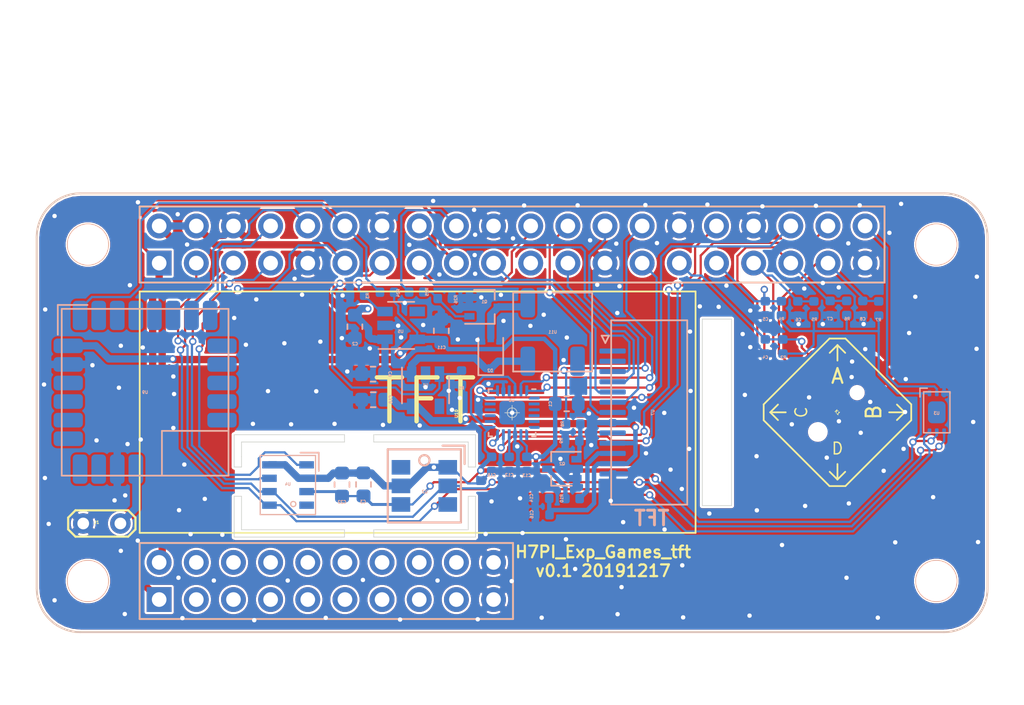
<source format=kicad_pcb>
(kicad_pcb (version 20171130) (host pcbnew "(5.1.4)-1")
  (layers (0 F.Cu signal) (31 B.Cu signal) (34 B.Paste user) (35 F.Paste user) (36 B.SilkS user) (37 F.SilkS user) (38 B.Mask user) (39 F.Mask user) (44 Edge.Cuts user))
  (net 0 "")
  (net 1 GND)
  (net 2 /3V3)
  (net 3 /VBUS)
  (net 4 /A)
  (net 5 /B)
  (net 6 /C)
  (net 7 /D)
  (net 8 /E)
  (net 9 "Net-(C12-Pad1)")
  (net 10 /CS)
  (net 11 /MCU_3V3)
  (net 12 /ANT)
  (net 13 /SENSORS_EN)
  (net 14 /DC)
  (net 15 /RES)
  (net 16 /SDA)
  (net 17 /SCL)
  (net 18 /BH_INT)
  (net 19 /ICM_INT1)
  (net 20 /ICM_INT2)
  (net 21 /FSYNC)
  (net 22 /HP_INT0)
  (net 23 /HP_INT1)
  (net 24 /CORE52_BTN)
  (net 25 /SCK)
  (net 26 /MOSI)
  (net 27 /CORE52_RX)
  (net 28 /CORE52_TX)
  (net 29 "Net-(D2-Pad2)")
  (net 30 "Net-(Q1-Pad1)")
  (net 31 /BUZZER)
  (net 32 /SDA1)
  (net 33 /SCL1)
  (net 34 /TFT_3V3)
  (net 35 "Net-(Q2-Pad1)")
  (net 36 "Net-(Q2-Pad3)")
  (net 37 /TFT_EN)
  (net 38 /TFT_BL)
  (net 39 /LEDK)
  (module Capacitor_SMD:C_0603_1608Metric (layer B.Cu) (at 178.95 75.15 180)
    (fp_text reference C9 (at -1.18 0.01 270) (layer B.SilkS) (effects (font (size 0.2 0.2) (thickness 0.05)) (justify mirror)))
    (fp_text value 1uF)
    (pad 2 smd roundrect (at 0.7875 0 180) (size 0.875 0.95) (layers B.Cu B.Paste B.Mask) (net 1 GND))
    (pad 1 smd roundrect (at -0.7875 0 180) (size 0.875 0.95) (layers B.Cu B.Paste B.Mask) (net 3 /VBUS))
  )
  (module Pinno:Switch_GANGYUAN_KAN0741-0601M1_TACT-SWITCH_8P_7.5x7.5x6mm (layer F.Cu) (at 210.7 77.76 315)
    (fp_text reference K1 (at 0 0 135) (layer F.SilkS) (effects (font (size 0.2 0.2) (thickness 0.05))))
    (fp_text value KAN0741-0601M1)
    (fp_text user D (at 1.75 1.75 180) (layer F.SilkS) (effects (font (size 0.8 0.8) (thickness 0.1))))
    (fp_text user C (at -1.75 1.75 90) (layer F.SilkS) (effects (font (size 0.8 0.8) (thickness 0.1))))
    (fp_text user B (at 1.75 -1.75 90) (layer F.SilkS))
    (fp_text user A (at -1.75 -1.75) (layer F.SilkS))
    (pad MP smd roundrect (at 0 3.9 315) (size 2 1.5) (layers F.Cu F.Paste F.Mask) (net 1 GND))
    (pad MP smd roundrect (at 0 -3.9 315) (size 2 1.5) (layers F.Cu F.Paste F.Mask) (net 1 GND))
    (pad 1 smd roundrect (at -3.5 -1.4 315) (size 1.5 1) (layers F.Cu F.Paste F.Mask) (net 4 /A))
    (pad 2 smd roundrect (at -3.5 0 315) (size 1.5 1) (layers F.Cu F.Paste F.Mask) (net 8 /E))
    (pad 3 smd roundrect (at -3.5 1.4 315) (size 1.5 1) (layers F.Cu F.Paste F.Mask) (net 6 /C))
    (pad 6 smd roundrect (at 3.5 1.4 315) (size 1.5 1) (layers F.Cu F.Paste F.Mask) (net 7 /D))
    (pad 5 smd roundrect (at 3.5 0 315) (size 1.5 1) (layers F.Cu F.Paste F.Mask) (net 1 GND))
    (pad 4 smd roundrect (at 3.5 -1.4 315) (size 1.5 1) (layers F.Cu F.Paste F.Mask) (net 5 /B))
    (pad "" np_thru_hole circle (at 0 -1.9 315) (size 0.75 0.75) (drill 0.75) (layers *.Cu *.Mask))
    (pad "" np_thru_hole circle (at 0 1.9 315) (size 1.05 1.05) (drill 1.05) (layers *.Cu *.Mask))
  )
  (module Capacitor_SMD:C_0603_1608Metric (layer B.Cu) (at 192.19 77.18)
    (fp_text reference C1 (at -1.12 0.01 90) (layer B.SilkS) (effects (font (size 0.2 0.2) (thickness 0.05)) (justify mirror)))
    (fp_text value 1uF)
    (pad 2 smd roundrect (at 0.7875 0) (size 0.875 0.95) (layers B.Cu B.Paste B.Mask) (net 1 GND))
    (pad 1 smd roundrect (at -0.7875 0) (size 0.875 0.95) (layers B.Cu B.Paste B.Mask) (net 2 /3V3))
  )
  (module Capacitor_SMD:C_0603_1608Metric (layer B.Cu) (at 177.71 71.91 270)
    (fp_text reference C2 (at 1.17 -0.01 180) (layer B.SilkS) (effects (font (size 0.2 0.2) (thickness 0.05)) (justify mirror)))
    (fp_text value 1uF)
    (pad 2 smd roundrect (at 0.7875 0 270) (size 0.875 0.95) (layers B.Cu B.Paste B.Mask) (net 1 GND))
    (pad 1 smd roundrect (at -0.7875 0 270) (size 0.875 0.95) (layers B.Cu B.Paste B.Mask) (net 3 /VBUS))
  )
  (module Capacitor_SMD:C_0603_1608Metric (layer B.Cu) (at 178.3 82.69 90)
    (fp_text reference C3 (at -1.18 -0.03 180) (layer B.SilkS) (effects (font (size 0.2 0.2) (thickness 0.05)) (justify mirror)))
    (fp_text value 1uF)
    (pad 2 smd roundrect (at 0.7875 0 90) (size 0.875 0.95) (layers B.Cu B.Paste B.Mask) (net 1 GND))
    (pad 1 smd roundrect (at -0.7875 0 90) (size 0.875 0.95) (layers B.Cu B.Paste B.Mask) (net 2 /3V3))
  )
  (module Capacitor_SMD:C_0402_1005Metric (layer B.Cu) (at 205.77 73.26 270)
    (fp_text reference C4 (at 0.74 0 180) (layer B.SilkS) (effects (font (size 0.2 0.2) (thickness 0.05)) (justify mirror)))
    (fp_text value 100nF)
    (pad 2 smd roundrect (at 0.485 0 270) (size 0.59 0.64) (layers B.Cu B.Paste B.Mask) (net 1 GND))
    (pad 1 smd roundrect (at -0.485 0 270) (size 0.59 0.64) (layers B.Cu B.Paste B.Mask) (net 4 /A))
  )
  (module Capacitor_SMD:C_0402_1005Metric (layer B.Cu) (at 205.77 70.65 270)
    (fp_text reference C5 (at 0.74 -0.01) (layer B.SilkS) (effects (font (size 0.2 0.2) (thickness 0.05)) (justify mirror)))
    (fp_text value 100nF)
    (pad 2 smd roundrect (at 0.485 0 270) (size 0.59 0.64) (layers B.Cu B.Paste B.Mask) (net 1 GND))
    (pad 1 smd roundrect (at -0.485 0 270) (size 0.59 0.64) (layers B.Cu B.Paste B.Mask) (net 5 /B))
  )
  (module Capacitor_SMD:C_0402_1005Metric (layer B.Cu) (at 207.99 70.66 270)
    (fp_text reference C6 (at 0.77 -0.04) (layer B.SilkS) (effects (font (size 0.2 0.2) (thickness 0.05)) (justify mirror)))
    (fp_text value 100nF)
    (pad 2 smd roundrect (at 0.485 0 270) (size 0.59 0.64) (layers B.Cu B.Paste B.Mask) (net 1 GND))
    (pad 1 smd roundrect (at -0.485 0 270) (size 0.59 0.64) (layers B.Cu B.Paste B.Mask) (net 6 /C))
  )
  (module Capacitor_SMD:C_0402_1005Metric (layer B.Cu) (at 210.2 70.63 270)
    (fp_text reference C7 (at 0.74 0.01 180) (layer B.SilkS) (effects (font (size 0.2 0.2) (thickness 0.05)) (justify mirror)))
    (fp_text value 100nF)
    (pad 2 smd roundrect (at 0.485 0 270) (size 0.59 0.64) (layers B.Cu B.Paste B.Mask) (net 1 GND))
    (pad 1 smd roundrect (at -0.485 0 270) (size 0.59 0.64) (layers B.Cu B.Paste B.Mask) (net 7 /D))
  )
  (module Capacitor_SMD:C_0402_1005Metric (layer B.Cu) (at 212.43 70.635 270)
    (fp_text reference C8 (at 0.745 0 180) (layer B.SilkS) (effects (font (size 0.2 0.2) (thickness 0.05)) (justify mirror)))
    (fp_text value 100nF)
    (pad 2 smd roundrect (at 0.485 0 270) (size 0.59 0.64) (layers B.Cu B.Paste B.Mask) (net 1 GND))
    (pad 1 smd roundrect (at -0.485 0 270) (size 0.59 0.64) (layers B.Cu B.Paste B.Mask) (net 8 /E))
  )
  (module Capacitor_SMD:C_0603_1608Metric (layer B.Cu) (at 183.62 72.19 90)
    (fp_text reference C11 (at -1.14 0.01 180) (layer B.SilkS) (effects (font (size 0.2 0.2) (thickness 0.05)) (justify mirror)))
    (fp_text value 1uF)
    (pad 2 smd roundrect (at 0.7875 0 90) (size 0.875 0.95) (layers B.Cu B.Paste B.Mask) (net 1 GND))
    (pad 1 smd roundrect (at -0.7875 0 90) (size 0.875 0.95) (layers B.Cu B.Paste B.Mask) (net 2 /3V3))
  )
  (module Capacitor_SMD:C_0402_1005Metric (layer B.Cu) (at 188.26 81.29 270)
    (fp_text reference C12 (at 0.75 -0.01 180) (layer B.SilkS) (effects (font (size 0.2 0.2) (thickness 0.05)) (justify mirror)))
    (fp_text value 100nF)
    (pad 2 smd roundrect (at 0.485 0 270) (size 0.59 0.64) (layers B.Cu B.Paste B.Mask) (net 1 GND))
    (pad 1 smd roundrect (at -0.485 0 270) (size 0.59 0.64) (layers B.Cu B.Paste B.Mask) (net 9 "Net-(C12-Pad1)"))
  )
  (module Capacitor_SMD:C_0402_1005Metric (layer B.Cu) (at 189.46 81.29 270)
    (fp_text reference C13 (at 0.78 0 180) (layer B.SilkS) (effects (font (size 0.2 0.2) (thickness 0.05)) (justify mirror)))
    (fp_text value 100nF)
    (pad 2 smd roundrect (at 0.485 0 270) (size 0.59 0.64) (layers B.Cu B.Paste B.Mask) (net 1 GND))
    (pad 1 smd roundrect (at -0.485 0 270) (size 0.59 0.64) (layers B.Cu B.Paste B.Mask) (net 2 /3V3))
  )
  (module Capacitor_SMD:C_0402_1005Metric (layer B.Cu) (at 187.06 81.29 270)
    (fp_text reference C15 (at 0.76 0 180) (layer B.SilkS) (effects (font (size 0.2 0.2) (thickness 0.05)) (justify mirror)))
    (fp_text value 100nF)
    (pad 2 smd roundrect (at 0.485 0 270) (size 0.59 0.64) (layers B.Cu B.Paste B.Mask) (net 1 GND))
    (pad 1 smd roundrect (at -0.485 0 270) (size 0.59 0.64) (layers B.Cu B.Paste B.Mask) (net 2 /3V3))
  )
  (module Capacitor_SMD:C_0603_1608Metric (layer B.Cu) (at 176.83 82.7 90)
    (fp_text reference C22 (at -1.19 0 180) (layer B.SilkS) (effects (font (size 0.2 0.2) (thickness 0.05)) (justify mirror)))
    (fp_text value 1uF)
    (pad 2 smd roundrect (at 0.7875 0 90) (size 0.875 0.95) (layers B.Cu B.Paste B.Mask) (net 1 GND))
    (pad 1 smd roundrect (at -0.7875 0 90) (size 0.875 0.95) (layers B.Cu B.Paste B.Mask) (net 2 /3V3))
  )
  (module Resistor_SMD:R_0402_1005Metric (layer B.Cu) (at 185 75.39 90)
    (fp_text reference R1 (at -0.72 -0.01) (layer B.SilkS) (effects (font (size 0.2 0.2) (thickness 0.05)) (justify mirror)))
    (fp_text value 470k)
    (pad 2 smd roundrect (at 0.485 0 90) (size 0.59 0.64) (layers B.Cu B.Paste B.Mask) (net 37 /TFT_EN))
    (pad 1 smd roundrect (at -0.485 0 90) (size 0.59 0.64) (layers B.Cu B.Paste B.Mask) (net 1 GND))
  )
  (module Resistor_SMD:R_0402_1005Metric (layer B.Cu) (at 206.97 73.26 270)
    (fp_text reference R2 (at 0.75 -0.03 180) (layer B.SilkS) (effects (font (size 0.2 0.2) (thickness 0.05)) (justify mirror)))
    (fp_text value 470k)
    (pad 2 smd roundrect (at 0.485 0 270) (size 0.59 0.64) (layers B.Cu B.Paste B.Mask) (net 2 /3V3))
    (pad 1 smd roundrect (at -0.485 0 270) (size 0.59 0.64) (layers B.Cu B.Paste B.Mask) (net 4 /A))
  )
  (module Resistor_SMD:R_0402_1005Metric (layer B.Cu) (at 177.86 69.76)
    (fp_text reference R3 (at 0.72 0.03 90) (layer B.SilkS) (effects (font (size 0.2 0.2) (thickness 0.05)) (justify mirror)))
    (fp_text value 470k)
    (pad 2 smd roundrect (at 0.485 0) (size 0.59 0.64) (layers B.Cu B.Paste B.Mask) (net 13 /SENSORS_EN))
    (pad 1 smd roundrect (at -0.485 0) (size 0.59 0.64) (layers B.Cu B.Paste B.Mask) (net 1 GND))
  )
  (module Resistor_SMD:R_0402_1005Metric (layer B.Cu) (at 206.87 70.65 270)
    (fp_text reference R4 (at 0.73 0 180) (layer B.SilkS) (effects (font (size 0.2 0.2) (thickness 0.05)) (justify mirror)))
    (fp_text value 470k)
    (pad 2 smd roundrect (at 0.485 0 270) (size 0.59 0.64) (layers B.Cu B.Paste B.Mask) (net 2 /3V3))
    (pad 1 smd roundrect (at -0.485 0 270) (size 0.59 0.64) (layers B.Cu B.Paste B.Mask) (net 5 /B))
  )
  (module Resistor_SMD:R_0402_1005Metric (layer B.Cu) (at 209.09 70.66 270)
    (fp_text reference R5 (at 0.75 -0.03 180) (layer B.SilkS) (effects (font (size 0.2 0.2) (thickness 0.05)) (justify mirror)))
    (fp_text value 470k)
    (pad 2 smd roundrect (at 0.485 0 270) (size 0.59 0.64) (layers B.Cu B.Paste B.Mask) (net 2 /3V3))
    (pad 1 smd roundrect (at -0.485 0 270) (size 0.59 0.64) (layers B.Cu B.Paste B.Mask) (net 6 /C))
  )
  (module Resistor_SMD:R_0402_1005Metric (layer B.Cu) (at 211.33 70.63 270)
    (fp_text reference R6 (at 0.74 -0.03 180) (layer B.SilkS) (effects (font (size 0.2 0.2) (thickness 0.05)) (justify mirror)))
    (fp_text value 470k)
    (pad 2 smd roundrect (at 0.485 0 270) (size 0.59 0.64) (layers B.Cu B.Paste B.Mask) (net 2 /3V3))
    (pad 1 smd roundrect (at -0.485 0 270) (size 0.59 0.64) (layers B.Cu B.Paste B.Mask) (net 7 /D))
  )
  (module Resistor_SMD:R_0402_1005Metric (layer B.Cu) (at 213.52 70.66 270)
    (fp_text reference R7 (at 0.78 0.02 180) (layer B.SilkS) (effects (font (size 0.2 0.2) (thickness 0.05)) (justify mirror)))
    (fp_text value 470k)
    (pad 2 smd roundrect (at 0.485 0 270) (size 0.59 0.64) (layers B.Cu B.Paste B.Mask) (net 2 /3V3))
    (pad 1 smd roundrect (at -0.485 0 270) (size 0.59 0.64) (layers B.Cu B.Paste B.Mask) (net 8 /E))
  )
  (module Resistor_SMD:R_0402_1005Metric (layer B.Cu) (at 192.635 78.56 180)
    (fp_text reference R8 (at 0.74 0.01 90) (layer B.SilkS) (effects (font (size 0.2 0.2) (thickness 0.05)) (justify mirror)))
    (fp_text value 33k)
    (pad 2 smd roundrect (at 0.485 0 180) (size 0.59 0.64) (layers B.Cu B.Paste B.Mask) (net 38 /TFT_BL))
    (pad 1 smd roundrect (at -0.485 0 180) (size 0.59 0.64) (layers B.Cu B.Paste B.Mask) (net 35 "Net-(Q2-Pad1)"))
  )
  (module Resistor_SMD:R_0402_1005Metric (layer B.Cu) (at 192.57 79.72)
    (fp_text reference R9 (at -0.75 -0.03 90) (layer B.SilkS) (effects (font (size 0.2 0.2) (thickness 0.05)) (justify mirror)))
    (fp_text value 470k)
    (pad 2 smd roundrect (at 0.485 0) (size 0.59 0.64) (layers B.Cu B.Paste B.Mask) (net 35 "Net-(Q2-Pad1)"))
    (pad 1 smd roundrect (at -0.485 0) (size 0.59 0.64) (layers B.Cu B.Paste B.Mask) (net 1 GND))
  )
  (module Resistor_SMD:R_0402_1005Metric (layer B.Cu) (at 192.59 83.66 180)
    (fp_text reference R10 (at 0.74 0.02 270) (layer B.SilkS) (effects (font (size 0.2 0.2) (thickness 0.05)) (justify mirror)))
    (fp_text value 10)
    (pad 2 smd roundrect (at 0.485 0 180) (size 0.59 0.64) (layers B.Cu B.Paste B.Mask) (net 36 "Net-(Q2-Pad3)"))
    (pad 1 smd roundrect (at -0.485 0 180) (size 0.59 0.64) (layers B.Cu B.Paste B.Mask) (net 39 /LEDK))
  )
  (module Resistor_SMD:R_0402_1005Metric (layer B.Cu) (at 179.91 69.55)
    (fp_text reference R24 (at 0.77 0.05 90) (layer B.SilkS) (effects (font (size 0.2 0.2) (thickness 0.05)) (justify mirror)))
    (fp_text value 470k)
    (pad 2 smd roundrect (at 0.485 0) (size 0.59 0.64) (layers B.Cu B.Paste B.Mask) (net 2 /3V3))
    (pad 1 smd roundrect (at -0.485 0) (size 0.59 0.64) (layers B.Cu B.Paste B.Mask) (net 24 /CORE52_BTN))
  )
  (module Package_TO_SOT_SMD:SOT-23-5 (layer B.Cu) (at 182.54 76.25 270)
    (fp_text reference U1 (at -0.35 0.01 180) (layer B.SilkS) (effects (font (size 0.2 0.2) (thickness 0.05)) (justify mirror)))
    (fp_text value ME6215C33M5G)
    (pad 5 smd rect (at 1.1 0.95 270) (size 1.06 0.65) (layers B.Cu B.Paste B.Mask) (net 34 /TFT_3V3))
    (pad 4 smd rect (at 1.1 -0.95 270) (size 1.06 0.65) (layers B.Cu B.Paste B.Mask))
    (pad 3 smd rect (at -1.1 -0.95 270) (size 1.06 0.65) (layers B.Cu B.Paste B.Mask) (net 37 /TFT_EN))
    (pad 2 smd rect (at -1.1 0 270) (size 1.06 0.65) (layers B.Cu B.Paste B.Mask) (net 1 GND))
    (pad 1 smd rect (at -1.1 0.95 270) (size 1.06 0.65) (layers B.Cu B.Paste B.Mask) (net 3 /VBUS))
  )
  (module Pinno:Temperature_Humidity_Sensor_ASAIR_AHT10_4x5x1.6mm (layer B.Cu) (at 182.46 82.79 180)
    (fp_text reference U2 (at -0.03 -0.4) (layer B.SilkS) (effects (font (size 0.2 0.2) (thickness 0.05)) (justify mirror)))
    (fp_text value AHT10)
    (pad 6 smd rect (at 1.6 1.27 180) (size 1.27 1) (layers B.Cu B.Paste B.Mask))
    (pad 5 smd rect (at 1.6 0 180) (size 1.27 1) (layers B.Cu B.Paste B.Mask) (net 1 GND))
    (pad 4 smd rect (at 1.6 -1.27 180) (size 1.27 1) (layers B.Cu B.Paste B.Mask) (net 2 /3V3))
    (pad 3 smd rect (at -1.6 -1.27 180) (size 1.27 1) (layers B.Cu B.Paste B.Mask) (net 33 /SCL1))
    (pad 2 smd rect (at -1.6 0 180) (size 1.27 1) (layers B.Cu B.Paste B.Mask) (net 32 /SDA1))
    (pad 1 smd rect (at -1.6 1.27 180) (size 1.27 1) (layers B.Cu B.Paste B.Mask) (net 1 GND))
  )
  (module Pinno:LightSensor_ROHM_BH1730FVC_WSOF6_2.6X1.6X0.75mm (layer B.Cu) (at 217.49 77.76 270)
    (fp_text reference U3 (at 0.06 0.01) (layer B.SilkS) (effects (font (size 0.2 0.2) (thickness 0.05)) (justify mirror)))
    (fp_text value BH1730FVC-TR)
    (pad 7 smd roundrect (at 0 0 270) (size 1.5 1.2) (layers B.Cu B.Paste B.Mask))
    (pad 6 smd roundrect (at 1.3 0.5 270) (size 0.4 0.25) (layers B.Cu B.Paste B.Mask) (net 33 /SCL1))
    (pad 5 smd roundrect (at 1.3 0 270) (size 0.4 0.25) (layers B.Cu B.Paste B.Mask) (net 2 /3V3))
    (pad 4 smd roundrect (at 1.3 -0.5 270) (size 0.4 0.25) (layers B.Cu B.Paste B.Mask) (net 32 /SDA1))
    (pad 3 smd roundrect (at -1.3 -0.5 270) (size 0.4 0.25) (layers B.Cu B.Paste B.Mask) (net 1 GND))
    (pad 2 smd roundrect (at -1.3 0 270) (size 0.4 0.25) (layers B.Cu B.Paste B.Mask) (net 18 /BH_INT))
    (pad 1 smd roundrect (at -1.3 0.5 270) (size 0.4 0.25) (layers B.Cu B.Paste B.Mask) (net 2 /3V3))
  )
  (module Pinno:Sensor_HP203B_HOPERF_QFN-8_3.8x3.6x1.2mm (layer B.Cu) (at 173.14 82.62 180)
    (fp_text reference U4 (at 0.01 -0.05) (layer B.SilkS) (effects (font (size 0.2 0.2) (thickness 0.05)) (justify mirror)))
    (fp_text value HP203B)
    (pad 8 smd rect (at 1.27 1.27 90) (size 0.5 1) (layers B.Cu B.Paste B.Mask) (net 1 GND))
    (pad 7 smd rect (at 1.27 0.35 90) (size 0.5 1) (layers B.Cu B.Paste B.Mask) (net 22 /HP_INT0))
    (pad 6 smd rect (at 1.27 -0.56 90) (size 0.5 1) (layers B.Cu B.Paste B.Mask) (net 32 /SDA1))
    (pad 5 smd rect (at 1.27 -1.49 270) (size 0.5 1) (layers B.Cu B.Paste B.Mask) (net 33 /SCL1))
    (pad 4 smd rect (at -1.27 -1.49 90) (size 0.5 1) (layers B.Cu B.Paste B.Mask))
    (pad 3 smd rect (at -1.27 -0.56 90) (size 0.5 1) (layers B.Cu B.Paste B.Mask) (net 2 /3V3))
    (pad 2 smd rect (at -1.27 0.35 90) (size 0.5 1) (layers B.Cu B.Paste B.Mask) (net 1 GND))
    (pad 1 smd rect (at -1.27 1.27 90) (size 0.5 1) (layers B.Cu B.Paste B.Mask) (net 23 /HP_INT1))
  )
  (module Package_TO_SOT_SMD:SOT-23-5 (layer B.Cu) (at 180.87 71.82)
    (fp_text reference U5 (at -0.03 0.41) (layer B.SilkS) (effects (font (size 0.2 0.2) (thickness 0.05)) (justify mirror)))
    (fp_text value ME6215C33M5G)
    (pad 5 smd rect (at 1.1 0.95) (size 1.06 0.65) (layers B.Cu B.Paste B.Mask) (net 2 /3V3))
    (pad 4 smd rect (at 1.1 -0.95) (size 1.06 0.65) (layers B.Cu B.Paste B.Mask))
    (pad 3 smd rect (at -1.1 -0.95) (size 1.06 0.65) (layers B.Cu B.Paste B.Mask) (net 13 /SENSORS_EN))
    (pad 2 smd rect (at -1.1 0) (size 1.06 0.65) (layers B.Cu B.Paste B.Mask) (net 1 GND))
    (pad 1 smd rect (at -1.1 0.95) (size 1.06 0.65) (layers B.Cu B.Paste B.Mask) (net 3 /VBUS))
  )
  (module Package_DFN_QFN:QFN-24-1EP_3x3mm_P0.4mm_EP1.75x1.6mm (layer B.Cu) (at 188.46 77.79 180)
    (fp_text reference U6 (at 0.03 0.85) (layer B.SilkS) (effects (font (size 0.2 0.2) (thickness 0.05)) (justify mirror)))
    (fp_text value ICM-20648)
    (pad 24 smd custom (at -1 1.5 180) (size 0.115147 0.115147) (layers B.Cu B.Paste B.Mask) (net 16 /SDA) (options (clearance outline) (anchor circle)) (primitives (gr_poly (pts (xy -0.06 0.335) (xy 0.06 0.335) (xy 0.06 -0.335) (xy 0.036569 -0.335) (xy -0.06 -0.238431)) (width 0.08))))
    (pad 23 smd roundrect (at -0.6 1.5 180) (size 0.2 0.75) (layers B.Cu B.Paste B.Mask) (net 17 /SCL))
    (pad 22 smd roundrect (at -0.2 1.5 180) (size 0.2 0.75) (layers B.Cu B.Paste B.Mask) (net 2 /3V3))
    (pad 21 smd roundrect (at 0.2 1.5 180) (size 0.2 0.75) (layers B.Cu B.Paste B.Mask))
    (pad 20 smd roundrect (at 0.6 1.5 180) (size 0.2 0.75) (layers B.Cu B.Paste B.Mask) (net 1 GND))
    (pad 19 smd custom (at 1 1.5 180) (size 0.115147 0.115147) (layers B.Cu B.Paste B.Mask) (net 20 /ICM_INT2) (options (clearance outline) (anchor circle)) (primitives (gr_poly (pts (xy -0.06 0.335) (xy 0.06 0.335) (xy 0.06 -0.238431) (xy -0.036569 -0.335) (xy -0.06 -0.335)) (width 0.08))))
    (pad 18 smd custom (at 1.5 1 180) (size 0.115147 0.115147) (layers B.Cu B.Paste B.Mask) (net 1 GND) (options (clearance outline) (anchor circle)) (primitives (gr_poly (pts (xy -0.335 -0.036569) (xy -0.238431 0.06) (xy 0.335 0.06) (xy 0.335 -0.06) (xy -0.335 -0.06)) (width 0.08))))
    (pad 17 smd roundrect (at 1.5 0.6 180) (size 0.75 0.2) (layers B.Cu B.Paste B.Mask))
    (pad 16 smd roundrect (at 1.5 0.2 180) (size 0.75 0.2) (layers B.Cu B.Paste B.Mask))
    (pad 15 smd roundrect (at 1.5 -0.2 180) (size 0.75 0.2) (layers B.Cu B.Paste B.Mask))
    (pad 14 smd roundrect (at 1.5 -0.6 180) (size 0.75 0.2) (layers B.Cu B.Paste B.Mask))
    (pad 13 smd custom (at 1.5 -1 180) (size 0.115147 0.115147) (layers B.Cu B.Paste B.Mask) (net 2 /3V3) (options (clearance outline) (anchor circle)) (primitives (gr_poly (pts (xy -0.335 0.06) (xy 0.335 0.06) (xy 0.335 -0.06) (xy -0.238431 -0.06) (xy -0.335 0.036569)) (width 0.08))))
    (pad 12 smd custom (at 1 -1.5 180) (size 0.115147 0.115147) (layers B.Cu B.Paste B.Mask) (net 19 /ICM_INT1) (options (clearance outline) (anchor circle)) (primitives (gr_poly (pts (xy -0.06 0.335) (xy -0.036569 0.335) (xy 0.06 0.238431) (xy 0.06 -0.335) (xy -0.06 -0.335)) (width 0.08))))
    (pad 11 smd roundrect (at 0.6 -1.5 180) (size 0.2 0.75) (layers B.Cu B.Paste B.Mask) (net 21 /FSYNC))
    (pad 10 smd roundrect (at 0.2 -1.5 180) (size 0.2 0.75) (layers B.Cu B.Paste B.Mask) (net 9 "Net-(C12-Pad1)"))
    (pad 9 smd roundrect (at -0.2 -1.5 180) (size 0.2 0.75) (layers B.Cu B.Paste B.Mask) (net 1 GND))
    (pad 8 smd roundrect (at -0.6 -1.5 180) (size 0.2 0.75) (layers B.Cu B.Paste B.Mask) (net 2 /3V3))
    (pad 7 smd custom (at -1 -1.5 180) (size 0.115147 0.115147) (layers B.Cu B.Paste B.Mask) (options (clearance outline) (anchor circle)) (primitives (gr_poly (pts (xy -0.06 0.238431) (xy 0.036569 0.335) (xy 0.06 0.335) (xy 0.06 -0.335) (xy -0.06 -0.335)) (width 0.08))))
    (pad 6 smd custom (at -1.5 -1 180) (size 0.115147 0.115147) (layers B.Cu B.Paste B.Mask) (options (clearance outline) (anchor circle)) (primitives (gr_poly (pts (xy -0.335 0.06) (xy 0.335 0.06) (xy 0.335 0.036569) (xy 0.238431 -0.06) (xy -0.335 -0.06)) (width 0.08))))
    (pad 5 smd roundrect (at -1.5 -0.6 180) (size 0.75 0.2) (layers B.Cu B.Paste B.Mask))
    (pad 4 smd roundrect (at -1.5 -0.2 180) (size 0.75 0.2) (layers B.Cu B.Paste B.Mask))
    (pad 3 smd roundrect (at -1.5 0.2 180) (size 0.75 0.2) (layers B.Cu B.Paste B.Mask))
    (pad 2 smd roundrect (at -1.5 0.6 180) (size 0.75 0.2) (layers B.Cu B.Paste B.Mask))
    (pad 1 smd custom (at -1.5 1 180) (size 0.115147 0.115147) (layers B.Cu B.Paste B.Mask) (options (clearance outline) (anchor circle)) (primitives (gr_poly (pts (xy -0.335 0.06) (xy 0.238431 0.06) (xy 0.335 -0.036569) (xy 0.335 -0.06) (xy -0.335 -0.06)) (width 0.08))))
    (pad 25 smd roundrect (at 0 0 180) (size 1.75 1.6) (layers B.Cu B.Mask) (roundrect_rratio 0.15625) (net 1 GND))
  )
  (module Pinno:Module_Bluetooth_HTCTEK_CORE52_12.5X12.5X2mm (layer B.Cu) (at 163.37 76.39 270)
    (fp_text reference U9 (at 0 0) (layer B.SilkS) (effects (font (size 0.2 0.2) (thickness 0.05)) (justify mirror)))
    (fp_text value CORE52)
    (pad 1 smd roundrect (at -5.255 4.445 270) (size 2 1) (layers B.Cu B.Paste B.Mask) (net 24 /CORE52_BTN))
    (pad 2 smd roundrect (at -5.255 3.175 270) (size 2 1) (layers B.Cu B.Paste B.Mask))
    (pad 3 smd roundrect (at -5.255 1.905 270) (size 2 1) (layers B.Cu B.Paste B.Mask))
    (pad 4 smd roundrect (at -5.255 0.635 270) (size 2 1) (layers B.Cu B.Paste B.Mask))
    (pad 5 smd roundrect (at -5.255 -0.635 270) (size 2 1) (layers B.Cu B.Paste B.Mask))
    (pad 6 smd roundrect (at -5.255 -1.905 270) (size 2 1) (layers B.Cu B.Paste B.Mask))
    (pad 7 smd roundrect (at -5.255 -3.175 270) (size 2 1) (layers B.Cu B.Paste B.Mask) (net 28 /CORE52_TX))
    (pad 8 smd roundrect (at -5.255 -4.445 270) (size 2 1) (layers B.Cu B.Paste B.Mask) (net 27 /CORE52_RX))
    (pad 9 smd roundrect (at -3.175 -5.255 180) (size 2 1) (layers B.Cu B.Paste B.Mask))
    (pad 10 smd roundrect (at -1.905 -5.255 180) (size 2 1) (layers B.Cu B.Paste B.Mask))
    (pad 11 smd roundrect (at -0.635 -5.255 180) (size 2 1) (layers B.Cu B.Paste B.Mask))
    (pad 12 smd roundrect (at 0.635 -5.255 180) (size 2 1) (layers B.Cu B.Paste B.Mask))
    (pad 13 smd roundrect (at 1.905 -5.255 180) (size 2 1) (layers B.Cu B.Paste B.Mask))
    (pad 14 smd roundrect (at 5.255 0.635 90) (size 2 1) (layers B.Cu B.Paste B.Mask) (net 12 /ANT))
    (pad 15 smd roundrect (at 5.255 1.905 90) (size 2 1) (layers B.Cu B.Paste B.Mask) (net 1 GND))
    (pad 16 smd roundrect (at 5.255 3.175 90) (size 2 1) (layers B.Cu B.Paste B.Mask))
    (pad 17 smd roundrect (at 5.255 4.445 90) (size 2 1) (layers B.Cu B.Paste B.Mask))
    (pad 18 smd roundrect (at 3.175 5.255) (size 2 1) (layers B.Cu B.Paste B.Mask))
    (pad 19 smd roundrect (at 1.905 5.255) (size 2 1) (layers B.Cu B.Paste B.Mask))
    (pad 20 smd roundrect (at 0.635 5.255) (size 2 1) (layers B.Cu B.Paste B.Mask))
    (pad 21 smd roundrect (at -0.635 5.255) (size 2 1) (layers B.Cu B.Paste B.Mask))
    (pad 22 smd roundrect (at -1.905 5.255) (size 2 1) (layers B.Cu B.Paste B.Mask) (net 1 GND))
    (pad 23 smd roundrect (at -3.175 5.255) (size 2 1) (layers B.Cu B.Paste B.Mask) (net 2 /3V3))
  )
  (module TestPoint:TestPoint_2Pads_Pitch2.54mm_Drill0.8mm (layer F.Cu) (at 159.14 85.36)
    (fp_text reference J1 (at 0.92 -0.08) (layer F.SilkS) (effects (font (size 0.2 0.2) (thickness 0.05))))
    (fp_text value Header_1x2)
    (pad 2 thru_hole circle (at 2.54 0) (size 1.4 1.4) (drill 0.8) (layers *.Cu *.Mask) (net 12 /ANT))
    (pad 1 thru_hole circle (at 0 0) (size 1.4 1.4) (drill 0.8) (layers *.Cu *.Mask) (net 1 GND))
  )
  (module Package_TO_SOT_SMD:SOT-323_SC-70 (layer B.Cu) (at 186.54 70.55)
    (fp_text reference Q1 (at 0.02 -0.35) (layer B.SilkS) (effects (font (size 0.2 0.2) (thickness 0.05)) (justify mirror)))
    (fp_text value CJ2102)
    (pad 3 smd rect (at 1 0 90) (size 0.45 0.7) (layers B.Cu B.Paste B.Mask) (net 29 "Net-(D2-Pad2)"))
    (pad 2 smd rect (at -1 -0.65 90) (size 0.45 0.7) (layers B.Cu B.Paste B.Mask) (net 1 GND))
    (pad 1 smd rect (at -1 0.65 90) (size 0.45 0.7) (layers B.Cu B.Paste B.Mask) (net 30 "Net-(Q1-Pad1)"))
  )
  (module Resistor_SMD:R_0402_1005Metric (layer B.Cu) (at 181.905 69.54 180)
    (fp_text reference R25 (at -0.735 0.01 90) (layer B.SilkS) (effects (font (size 0.2 0.2) (thickness 0.05)) (justify mirror)))
    (fp_text value 33k)
    (pad 2 smd roundrect (at 0.485 0 180) (size 0.59 0.64) (layers B.Cu B.Paste B.Mask) (net 31 /BUZZER))
    (pad 1 smd roundrect (at -0.485 0 180) (size 0.59 0.64) (layers B.Cu B.Paste B.Mask) (net 30 "Net-(Q1-Pad1)"))
  )
  (module Resistor_SMD:R_0402_1005Metric (layer B.Cu) (at 183.86 69.98)
    (fp_text reference R26 (at 0.75 0.05 90) (layer B.SilkS) (effects (font (size 0.2 0.2) (thickness 0.05)) (justify mirror)))
    (fp_text value 470k)
    (pad 2 smd roundrect (at 0.485 0) (size 0.59 0.64) (layers B.Cu B.Paste B.Mask) (net 1 GND))
    (pad 1 smd roundrect (at -0.485 0) (size 0.59 0.64) (layers B.Cu B.Paste B.Mask) (net 30 "Net-(Q1-Pad1)"))
  )
  (module Pinno:Buzzer_KEILKING_KLJ-5018_5X5X1.8mm (layer B.Cu) (at 191.23 72.27 90)
    (fp_text reference U11 (at 0 0 180) (layer B.SilkS) (effects (font (size 0.2 0.2) (thickness 0.05)) (justify mirror)))
    (fp_text value KLJ-5018)
    (pad 3 smd roundrect (at -2 1.7 90) (size 2 1) (layers B.Cu B.Paste B.Mask))
    (pad 2 smd roundrect (at 2 -1.7 90) (size 2 1) (layers B.Cu B.Paste B.Mask) (net 29 "Net-(D2-Pad2)"))
    (pad 1 smd roundrect (at -2 -1.7 90) (size 2 1) (layers B.Cu B.Paste B.Mask) (net 3 /VBUS))
  )
  (module Diode_SMD:D_SOD-323 (layer B.Cu) (at 187 73.72 90)
    (fp_text reference D2 (at -1.19 -0.04 180) (layer B.SilkS) (effects (font (size 0.2 0.2) (thickness 0.05)) (justify mirror)))
    (fp_text value 1N5819WS)
    (pad 2 smd rect (at 1.05 0 90) (size 0.6 0.45) (layers B.Cu B.Paste B.Mask) (net 29 "Net-(D2-Pad2)"))
    (pad 1 smd rect (at -1.05 0 90) (size 0.6 0.45) (layers B.Cu B.Paste B.Mask) (net 3 /VBUS))
  )
  (module Capacitor_SMD:C_0603_1608Metric (layer B.Cu) (at 178.96 76.9 180)
    (fp_text reference C10 (at -1.2 0.02 90) (layer B.SilkS) (effects (font (size 0.2 0.2) (thickness 0.05)) (justify mirror)))
    (fp_text value 1uF)
    (pad 2 smd roundrect (at 0.7875 0 180) (size 0.875 0.95) (layers B.Cu B.Paste B.Mask) (net 1 GND))
    (pad 1 smd roundrect (at -0.7875 0 180) (size 0.875 0.95) (layers B.Cu B.Paste B.Mask) (net 34 /TFT_3V3))
  )
  (module Capacitor_SMD:C_0402_1005Metric (layer B.Cu) (at 190.51 83.64)
    (fp_text reference C14 (at -0.73 -0.03 90) (layer B.SilkS) (effects (font (size 0.2 0.2) (thickness 0.05)) (justify mirror)))
    (fp_text value 100nF)
    (pad 2 smd roundrect (at 0.485 0) (size 0.59 0.64) (layers B.Cu B.Paste B.Mask) (net 34 /TFT_3V3))
    (pad 1 smd roundrect (at -0.485 0) (size 0.59 0.64) (layers B.Cu B.Paste B.Mask) (net 1 GND))
  )
  (module Capacitor_SMD:C_0402_1005Metric (layer B.Cu) (at 190.53 84.76)
    (fp_text reference C16 (at -0.73 -0.03 90) (layer B.SilkS) (effects (font (size 0.2 0.2) (thickness 0.05)) (justify mirror)))
    (fp_text value 100nF)
    (pad 2 smd roundrect (at 0.485 0) (size 0.59 0.64) (layers B.Cu B.Paste B.Mask) (net 34 /TFT_3V3))
    (pad 1 smd roundrect (at -0.485 0) (size 0.59 0.64) (layers B.Cu B.Paste B.Mask) (net 1 GND))
  )
  (module Package_TO_SOT_SMD:SOT-323_SC-70 (layer B.Cu) (at 191.86 81.62 180)
    (fp_text reference Q2 (at -0.02 0.34) (layer B.SilkS) (effects (font (size 0.2 0.2) (thickness 0.05)) (justify mirror)))
    (fp_text value CJ2102)
    (pad 3 smd rect (at 1 0 270) (size 0.45 0.7) (layers B.Cu B.Paste B.Mask) (net 36 "Net-(Q2-Pad3)"))
    (pad 2 smd rect (at -1 -0.65 270) (size 0.45 0.7) (layers B.Cu B.Paste B.Mask) (net 1 GND))
    (pad 1 smd rect (at -1 0.65 270) (size 0.45 0.7) (layers B.Cu B.Paste B.Mask) (net 35 "Net-(Q2-Pad1)"))
  )
  (module Pinno:TFT_ZJY114IPS_1.14Inch_135x240Pixels_17.6x31.0x1.6mm (layer F.Cu) (at 197.83 77.77 270)
    (fp_text reference U7 (at 0 -0.25 90) (layer B.SilkS) (effects (font (size 0.2 0.2) (thickness 0.05)) (justify mirror)))
    (fp_text value TFT_ZJY114IPS_1.14Inch_135x240Pixels_17.6x31.0x1.6mm)
    (pad 1 smd roundrect (at -4.2 2.5) (size 1.8 0.35) (layers B.Cu B.Paste B.Mask))
    (pad 2 smd roundrect (at -3.5 2.5) (size 1.8 0.35) (layers B.Cu B.Paste B.Mask))
    (pad 3 smd roundrect (at -2.8 2.5) (size 1.8 0.35) (layers B.Cu B.Paste B.Mask) (net 26 /MOSI))
    (pad 4 smd roundrect (at -2.1 2.5) (size 1.8 0.35) (layers B.Cu B.Paste B.Mask) (net 25 /SCK))
    (pad 5 smd roundrect (at -1.4 2.5) (size 1.8 0.35) (layers B.Cu B.Paste B.Mask) (net 14 /DC))
    (pad 6 smd roundrect (at -0.7 2.5) (size 1.8 0.35) (layers B.Cu B.Paste B.Mask) (net 15 /RES))
    (pad 7 smd roundrect (at 0 2.5) (size 1.8 0.35) (layers B.Cu B.Paste B.Mask) (net 10 /CS))
    (pad 8 smd roundrect (at 0.7 2.5) (size 1.8 0.35) (layers B.Cu B.Paste B.Mask) (net 1 GND))
    (pad 9 smd roundrect (at 1.4 2.5) (size 1.8 0.35) (layers B.Cu B.Paste B.Mask))
    (pad 10 smd roundrect (at 2.1 2.5) (size 1.8 0.35) (layers B.Cu B.Paste B.Mask) (net 34 /TFT_3V3))
    (pad 11 smd roundrect (at 2.8 2.5) (size 1.8 0.35) (layers B.Cu B.Paste B.Mask) (net 39 /LEDK))
    (pad 12 smd roundrect (at 3.5 2.5) (size 1.8 0.35) (layers B.Cu B.Paste B.Mask) (net 34 /TFT_3V3))
    (pad 13 smd roundrect (at 4.2 2.5) (size 1.8 0.35) (layers B.Cu B.Paste B.Mask) (net 1 GND))
  )
  (module Pinno:Module_H7PI_Exp_65x30mm (layer F.Cu) (at 188.46 77.79 90)
    (fp_text reference U10 (at -0.07 -3.81 270) (layer F.SilkS) (effects (font (size 0.2 0.2) (thickness 0.05))))
    (fp_text value H7PI_Exp)
    (pad "" np_thru_hole circle (at -11.5 29 90) (size 2.75 2.75) (drill 2.75) (layers *.Cu *.Mask))
    (pad "" np_thru_hole circle (at 11.5 29 90) (size 2.75 2.75) (drill 2.75) (layers *.Cu *.Mask))
    (pad "" np_thru_hole circle (at 11.5 -29 90) (size 2.75 2.75) (drill 2.75) (layers *.Cu *.Mask))
    (pad "" np_thru_hole circle (at -11.5 -29 90) (size 2.75 2.75) (drill 2.75) (layers *.Cu *.Mask))
    (pad 1 thru_hole rect (at -12.77 -24.13 90) (size 1.7 1.7) (drill 1) (layers *.Cu *.Mask) (net 11 /MCU_3V3))
    (pad 2 thru_hole circle (at -10.23 -24.13 90) (size 1.7 1.7) (drill 1) (layers *.Cu *.Mask) (net 3 /VBUS))
    (pad 3 thru_hole circle (at -12.77 -21.59 90) (size 1.7 1.7) (drill 1) (layers *.Cu *.Mask))
    (pad 4 thru_hole circle (at -10.23 -21.59 90) (size 1.7 1.7) (drill 1) (layers *.Cu *.Mask))
    (pad 5 thru_hole circle (at -12.77 -19.05 90) (size 1.7 1.7) (drill 1) (layers *.Cu *.Mask))
    (pad 6 thru_hole circle (at -10.23 -19.05 90) (size 1.7 1.7) (drill 1) (layers *.Cu *.Mask))
    (pad 7 thru_hole circle (at -12.77 -16.51 90) (size 1.7 1.7) (drill 1) (layers *.Cu *.Mask))
    (pad 8 thru_hole circle (at -10.23 -16.51 90) (size 1.7 1.7) (drill 1) (layers *.Cu *.Mask))
    (pad 9 thru_hole circle (at -12.77 -13.97 90) (size 1.7 1.7) (drill 1) (layers *.Cu *.Mask))
    (pad 10 thru_hole circle (at -10.23 -13.97 90) (size 1.7 1.7) (drill 1) (layers *.Cu *.Mask))
    (pad 11 thru_hole circle (at -12.77 -11.43 90) (size 1.7 1.7) (drill 1) (layers *.Cu *.Mask))
    (pad 12 thru_hole circle (at -10.23 -11.43 90) (size 1.7 1.7) (drill 1) (layers *.Cu *.Mask))
    (pad 13 thru_hole circle (at -12.77 -8.89 90) (size 1.7 1.7) (drill 1) (layers *.Cu *.Mask))
    (pad 14 thru_hole circle (at -10.23 -8.89 90) (size 1.7 1.7) (drill 1) (layers *.Cu *.Mask))
    (pad 15 thru_hole circle (at -12.77 -6.35 90) (size 1.7 1.7) (drill 1) (layers *.Cu *.Mask))
    (pad 16 thru_hole circle (at -10.23 -6.35 90) (size 1.7 1.7) (drill 1) (layers *.Cu *.Mask))
    (pad 17 thru_hole circle (at -12.77 -3.81 90) (size 1.7 1.7) (drill 1) (layers *.Cu *.Mask))
    (pad 18 thru_hole circle (at -10.23 -3.81 90) (size 1.7 1.7) (drill 1) (layers *.Cu *.Mask))
    (pad 19 thru_hole circle (at -12.77 -1.27 90) (size 1.7 1.7) (drill 1) (layers *.Cu *.Mask) (net 1 GND))
    (pad 20 thru_hole circle (at -10.23 -1.27 90) (size 1.7 1.7) (drill 1) (layers *.Cu *.Mask) (net 1 GND))
    (pad 21 thru_hole rect (at 10.23 -24.13 90) (size 1.7 1.7) (drill 1) (layers *.Cu *.Mask) (net 11 /MCU_3V3))
    (pad 22 thru_hole circle (at 12.77 -24.13 90) (size 1.7 1.7) (drill 1) (layers *.Cu *.Mask) (net 3 /VBUS))
    (pad 23 thru_hole circle (at 10.23 -21.59 90) (size 1.7 1.7) (drill 1) (layers *.Cu *.Mask) (net 32 /SDA1))
    (pad 24 thru_hole circle (at 12.77 -21.59 90) (size 1.7 1.7) (drill 1) (layers *.Cu *.Mask) (net 3 /VBUS))
    (pad 25 thru_hole circle (at 10.23 -19.05 90) (size 1.7 1.7) (drill 1) (layers *.Cu *.Mask) (net 33 /SCL1))
    (pad 26 thru_hole circle (at 12.77 -19.05 90) (size 1.7 1.7) (drill 1) (layers *.Cu *.Mask) (net 1 GND))
    (pad 27 thru_hole circle (at 10.23 -16.51 90) (size 1.7 1.7) (drill 1) (layers *.Cu *.Mask) (net 22 /HP_INT0))
    (pad 28 thru_hole circle (at 12.77 -16.51 90) (size 1.7 1.7) (drill 1) (layers *.Cu *.Mask) (net 27 /CORE52_RX))
    (pad 29 thru_hole circle (at 10.23 -13.97 90) (size 1.7 1.7) (drill 1) (layers *.Cu *.Mask) (net 1 GND))
    (pad 30 thru_hole circle (at 12.77 -13.97 90) (size 1.7 1.7) (drill 1) (layers *.Cu *.Mask) (net 28 /CORE52_TX))
    (pad 31 thru_hole circle (at 10.23 -11.43 90) (size 1.7 1.7) (drill 1) (layers *.Cu *.Mask) (net 23 /HP_INT1))
    (pad 32 thru_hole circle (at 12.77 -11.43 90) (size 1.7 1.7) (drill 1) (layers *.Cu *.Mask) (net 24 /CORE52_BTN))
    (pad 33 thru_hole circle (at 10.23 -8.89 90) (size 1.7 1.7) (drill 1) (layers *.Cu *.Mask) (net 37 /TFT_EN))
    (pad 34 thru_hole circle (at 12.77 -8.89 90) (size 1.7 1.7) (drill 1) (layers *.Cu *.Mask) (net 1 GND))
    (pad 35 thru_hole circle (at 10.23 -6.35 90) (size 1.7 1.7) (drill 1) (layers *.Cu *.Mask) (net 14 /DC))
    (pad 37 thru_hole circle (at 10.23 -3.81 90) (size 1.7 1.7) (drill 1) (layers *.Cu *.Mask) (net 11 /MCU_3V3))
    (pad 36 thru_hole circle (at 12.77 -6.35 90) (size 1.7 1.7) (drill 1) (layers *.Cu *.Mask) (net 15 /RES))
    (pad 38 thru_hole circle (at 12.77 -3.81 90) (size 1.7 1.7) (drill 1) (layers *.Cu *.Mask) (net 31 /BUZZER))
    (pad 39 thru_hole circle (at 10.23 -1.27 90) (size 1.7 1.7) (drill 1) (layers *.Cu *.Mask) (net 26 /MOSI))
    (pad 40 thru_hole circle (at 12.77 -1.27 90) (size 1.7 1.7) (drill 1) (layers *.Cu *.Mask) (net 1 GND))
    (pad 41 thru_hole circle (at 10.23 1.27 90) (size 1.7 1.7) (drill 1) (layers *.Cu *.Mask))
    (pad 42 thru_hole circle (at 12.77 1.27 90) (size 1.7 1.7) (drill 1) (layers *.Cu *.Mask) (net 13 /SENSORS_EN))
    (pad 43 thru_hole circle (at 10.23 3.81 90) (size 1.7 1.7) (drill 1) (layers *.Cu *.Mask) (net 25 /SCK))
    (pad 44 thru_hole circle (at 12.77 3.81 90) (size 1.7 1.7) (drill 1) (layers *.Cu *.Mask) (net 10 /CS))
    (pad 45 thru_hole circle (at 10.23 6.35 90) (size 1.7 1.7) (drill 1) (layers *.Cu *.Mask) (net 1 GND))
    (pad 46 thru_hole circle (at 12.77 6.35 90) (size 1.7 1.7) (drill 1) (layers *.Cu *.Mask) (net 38 /TFT_BL))
    (pad 47 thru_hole circle (at 10.23 8.89 90) (size 1.7 1.7) (drill 1) (layers *.Cu *.Mask) (net 16 /SDA))
    (pad 48 thru_hole circle (at 12.77 8.89 90) (size 1.7 1.7) (drill 1) (layers *.Cu *.Mask) (net 17 /SCL))
    (pad 49 thru_hole circle (at 10.23 11.43 90) (size 1.7 1.7) (drill 1) (layers *.Cu *.Mask) (net 4 /A))
    (pad 50 thru_hole circle (at 12.77 11.43 90) (size 1.7 1.7) (drill 1) (layers *.Cu *.Mask) (net 1 GND))
    (pad 51 thru_hole circle (at 10.23 13.97 90) (size 1.7 1.7) (drill 1) (layers *.Cu *.Mask) (net 5 /B))
    (pad 52 thru_hole circle (at 12.77 13.97 90) (size 1.7 1.7) (drill 1) (layers *.Cu *.Mask) (net 21 /FSYNC))
    (pad 53 thru_hole circle (at 10.23 16.51 90) (size 1.7 1.7) (drill 1) (layers *.Cu *.Mask) (net 6 /C))
    (pad 54 thru_hole circle (at 12.77 16.51 90) (size 1.7 1.7) (drill 1) (layers *.Cu *.Mask) (net 1 GND))
    (pad 55 thru_hole circle (at 10.23 19.05 90) (size 1.7 1.7) (drill 1) (layers *.Cu *.Mask) (net 7 /D))
    (pad 56 thru_hole circle (at 12.77 19.05 90) (size 1.7 1.7) (drill 1) (layers *.Cu *.Mask) (net 20 /ICM_INT2))
    (pad 57 thru_hole circle (at 10.23 21.59 90) (size 1.7 1.7) (drill 1) (layers *.Cu *.Mask) (net 8 /E))
    (pad 58 thru_hole circle (at 12.77 21.59 90) (size 1.7 1.7) (drill 1) (layers *.Cu *.Mask) (net 19 /ICM_INT1))
    (pad 59 thru_hole circle (at 10.23 24.13 90) (size 1.7 1.7) (drill 1) (layers *.Cu *.Mask) (net 1 GND))
    (pad 60 thru_hole circle (at 12.77 24.13 90) (size 1.7 1.7) (drill 1) (layers *.Cu *.Mask) (net 18 /BH_INT))
  )
  (gr_text TFT (at 198 85) (layer B.SilkS) (effects (font (size 1 1) (thickness 0.2)) (justify mirror)))
  (gr_text "H7PI_Exp_Games_tft\nv0.1 20191217" (at 194.68 87.95) (layer F.SilkS) (effects (font (size 0.8 0.8) (thickness 0.152))))
  (gr_text TFT (at 182.5 77) (layer F.SilkS) (effects (font (size 3 3) (thickness 0.3))))
  (gr_line (start 163 86) (end 163 69.5) (layer F.SilkS) (width 0.12))
  (gr_line (start 201 86) (end 163 86) (layer F.SilkS) (width 0.12))
  (gr_line (start 201 69.5) (end 201 86) (layer F.SilkS) (width 0.12))
  (gr_line (start 193.5 69.5) (end 201 69.5) (layer F.SilkS) (width 0.12))
  (gr_line (start 163 69.5) (end 193.5 69.5) (layer F.SilkS) (width 0.12))
  (gr_line (start 179 86.29) (end 185.96 86.29) (layer Edge.Cuts) (width 0.05))
  (gr_line (start 179 85.79) (end 185.46 85.79) (layer Edge.Cuts) (width 0.05))
  (gr_line (start 179 86.29) (end 179 85.79) (layer Edge.Cuts) (width 0.05))
  (gr_line (start 177 85.79) (end 177 86.29) (layer Edge.Cuts) (width 0.05))
  (gr_line (start 185.46 79.79) (end 185.46 81.5) (layer Edge.Cuts) (width 0.05))
  (gr_line (start 185.96 81.5) (end 185.96 79.29) (layer Edge.Cuts) (width 0.05))
  (gr_line (start 185.96 83.5) (end 185.46 83.5) (layer Edge.Cuts) (width 0.05))
  (gr_line (start 185.46 81.5) (end 185.96 81.5) (layer Edge.Cuts) (width 0.05))
  (gr_line (start 169.96 85.79) (end 169.96 83.5) (layer Edge.Cuts) (width 0.05))
  (gr_line (start 169.46 83.5) (end 169.46 86.29) (layer Edge.Cuts) (width 0.05))
  (gr_line (start 169.46 80.29) (end 169.46 81.5) (layer Edge.Cuts) (width 0.05))
  (gr_line (start 169.96 81.5) (end 169.96 80.79) (layer Edge.Cuts) (width 0.05))
  (gr_line (start 169.46 83.5) (end 169.96 83.5) (layer Edge.Cuts) (width 0.05))
  (gr_line (start 169.46 81.5) (end 169.96 81.5) (layer Edge.Cuts) (width 0.05))
  (gr_line (start 177 79.29) (end 173.96 79.29) (layer Edge.Cuts) (width 0.05))
  (gr_line (start 177 79.79) (end 177 79.29) (layer Edge.Cuts) (width 0.05))
  (gr_line (start 169.96 79.79) (end 177 79.79) (layer Edge.Cuts) (width 0.05))
  (gr_line (start 169.96 80.79) (end 169.96 79.79) (layer Edge.Cuts) (width 0.05))
  (gr_line (start 169.46 79.29) (end 169.46 80.29) (layer Edge.Cuts) (width 0.05))
  (gr_line (start 170.46 85.79) (end 169.96 85.79) (layer Edge.Cuts) (width 0.05))
  (gr_line (start 177 85.79) (end 170.46 85.79) (layer Edge.Cuts) (width 0.05))
  (gr_line (start 185.46 83.5) (end 185.46 85.79) (layer Edge.Cuts) (width 0.05))
  (gr_line (start 179 79.79) (end 185.46 79.79) (layer Edge.Cuts) (width 0.05))
  (gr_line (start 179 79.29) (end 179 79.79) (layer Edge.Cuts) (width 0.05))
  (gr_line (start 185.96 79.29) (end 179 79.29) (layer Edge.Cuts) (width 0.05))
  (gr_line (start 185.96 86.29) (end 185.96 83.5) (layer Edge.Cuts) (width 0.05))
  (gr_line (start 169.46 86.29) (end 177 86.29) (layer Edge.Cuts) (width 0.05))
  (gr_line (start 173.96 79.29) (end 169.46 79.29) (layer Edge.Cuts) (width 0.05))
  (gr_line (start 201.46 84.14) (end 201.46 71.39) (layer Edge.Cuts) (width 0.05))
  (gr_line (start 203.46 84.14) (end 201.46 84.14) (layer Edge.Cuts) (width 0.05))
  (gr_line (start 203.46 71.39) (end 203.46 84.14) (layer Edge.Cuts) (width 0.05))
  (gr_line (start 201.46 71.39) (end 203.46 71.39) (layer Edge.Cuts) (width 0.05))
  (gr_arc (start 158.96 65.79) (end 158.96 62.79) (angle -90) (layer Edge.Cuts) (width 0.05))
  (gr_arc (start 217.96 65.79) (end 220.96 65.79) (angle -90) (layer Edge.Cuts) (width 0.05))
  (gr_arc (start 217.96 89.79) (end 217.96 92.79) (angle -90) (layer Edge.Cuts) (width 0.05))
  (gr_arc (start 158.96 89.79) (end 155.96 89.79) (angle -90) (layer Edge.Cuts) (width 0.05))
  (gr_line (start 158.96 92.79) (end 158.96 92.79) (layer Edge.Cuts) (width 0.05))
  (gr_line (start 155.96 65.79) (end 155.96 89.79) (layer Edge.Cuts) (width 0.05))
  (gr_line (start 217.96 62.79) (end 158.96 62.79) (layer Edge.Cuts) (width 0.05))
  (gr_line (start 220.96 89.79) (end 220.96 65.79) (layer Edge.Cuts) (width 0.05))
  (gr_line (start 158.96 92.79) (end 217.96 92.79) (layer Edge.Cuts) (width 0.05))
  (target plus (at 188.46 77.79) (size 1) (width 0.05) (layer Edge.Cuts))
  (via (at 204.741488 73.303876) (size 0.5) (drill 0.3) (layers F.Cu B.Cu) (net 1))
  (segment (start 205.328876 73.303876) (end 204.741488 73.303876) (width 0.152) (layer B.Cu) (net 1))
  (via (at 204.741488 70.80445) (size 0.5) (drill 0.3) (layers F.Cu B.Cu) (net 1))
  (segment (start 205.77 71.135) (end 205.072038 71.135) (width 0.152) (layer B.Cu) (net 1))
  (segment (start 205.072038 71.135) (end 204.741488 70.80445) (width 0.152) (layer B.Cu) (net 1))
  (segment (start 205.77 73.745) (end 205.328876 73.303876) (width 0.152) (layer B.Cu) (net 1))
  (via (at 208.045049 71.729992) (size 0.5) (drill 0.3) (layers F.Cu B.Cu) (net 1))
  (segment (start 207.99 71.145) (end 207.99 71.674943) (width 0.152) (layer B.Cu) (net 1))
  (segment (start 207.99 71.674943) (end 208.045049 71.729992) (width 0.152) (layer B.Cu) (net 1))
  (segment (start 204.741488 70.80445) (end 204.741488 73.303876) (width 0.152) (layer F.Cu) (net 1))
  (segment (start 189.46 81.775) (end 188.26 81.775) (width 0.152) (layer B.Cu) (net 1))
  (segment (start 188.26 81.775) (end 187.06 81.775) (width 0.152) (layer B.Cu) (net 1))
  (via (at 159.77 74.54) (size 0.5) (drill 0.3) (layers F.Cu B.Cu) (net 1))
  (segment (start 158.115 74.485) (end 159.715 74.485) (width 0.5) (layer B.Cu) (net 1))
  (segment (start 159.715 74.485) (end 159.77 74.54) (width 0.5) (layer B.Cu) (net 1))
  (via (at 180.67 71.84) (size 0.5) (drill 0.3) (layers F.Cu B.Cu) (net 1))
  (segment (start 179.77 71.82) (end 180.65 71.82) (width 0.5) (layer B.Cu) (net 1))
  (segment (start 180.65 71.82) (end 180.67 71.84) (width 0.5) (layer B.Cu) (net 1))
  (segment (start 177.365 69.77) (end 177.375 69.76) (width 0.5) (layer B.Cu) (net 1))
  (segment (start 173.856398 82.27) (end 174.41 82.27) (width 0.5) (layer B.Cu) (net 1))
  (segment (start 172.936398 81.35) (end 173.856398 82.27) (width 0.5) (layer B.Cu) (net 1))
  (segment (start 171.87 81.35) (end 172.936398 81.35) (width 0.5) (layer B.Cu) (net 1))
  (segment (start 178.29 81.9125) (end 178.3 81.9025) (width 0.5) (layer B.Cu) (net 1))
  (segment (start 174.41 82.27) (end 174.93 82.27) (width 0.5) (layer B.Cu) (net 1))
  (segment (start 182.64 81.52) (end 183.11 81.52) (width 0.5) (layer B.Cu) (net 1))
  (segment (start 180.86 82.79) (end 181.37 82.79) (width 0.5) (layer B.Cu) (net 1))
  (segment (start 181.37 82.79) (end 182.64 81.52) (width 0.5) (layer B.Cu) (net 1))
  (segment (start 183.11 81.52) (end 184.06 81.52) (width 0.5) (layer B.Cu) (net 1))
  (via (at 183.11 81.52) (size 0.5) (drill 0.3) (layers F.Cu B.Cu) (net 1))
  (segment (start 174.41 82.27) (end 175.89 82.27) (width 0.5) (layer B.Cu) (net 1))
  (segment (start 185.46 69.98) (end 185.54 69.9) (width 0.5) (layer B.Cu) (net 1))
  (segment (start 184.345 69.98) (end 185.46 69.98) (width 0.5) (layer B.Cu) (net 1))
  (via (at 186.35 69.9) (size 0.5) (drill 0.3) (layers F.Cu B.Cu) (net 1))
  (segment (start 185.54 69.9) (end 186.35 69.9) (width 0.5) (layer B.Cu) (net 1))
  (segment (start 188.66 77.99) (end 188.46 77.79) (width 0.152) (layer B.Cu) (net 1))
  (segment (start 188.66 79.29) (end 188.66 77.99) (width 0.152) (layer B.Cu) (net 1))
  (via (at 161.71 73.21) (size 0.5) (drill 0.3) (layers F.Cu B.Cu) (net 1))
  (via (at 163.21 73.33) (size 0.5) (drill 0.3) (layers F.Cu B.Cu) (net 1))
  (via (at 161.58 76.08) (size 0.5) (drill 0.3) (layers F.Cu B.Cu) (net 1))
  (via (at 160.05 79.68) (size 0.5) (drill 0.3) (layers F.Cu B.Cu) (net 1))
  (via (at 163.07 79.62) (size 0.5) (drill 0.3) (layers F.Cu B.Cu) (net 1))
  (via (at 156.52 82.25) (size 0.5) (drill 0.3) (layers F.Cu B.Cu) (net 1))
  (via (at 156.46 75.86) (size 0.5) (drill 0.3) (layers F.Cu B.Cu) (net 1))
  (via (at 156.54 70.73) (size 0.5) (drill 0.3) (layers F.Cu B.Cu) (net 1))
  (via (at 157.18 64.34) (size 0.5) (drill 0.3) (layers F.Cu B.Cu) (net 1))
  (via (at 162.88 63.4) (size 0.5) (drill 0.3) (layers F.Cu B.Cu) (net 1))
  (via (at 162.33 69.07) (size 0.5) (drill 0.3) (layers F.Cu B.Cu) (net 1))
  (via (at 157.18 90.61) (size 0.5) (drill 0.3) (layers F.Cu B.Cu) (net 1))
  (via (at 161.98 91.55) (size 0.5) (drill 0.3) (layers F.Cu B.Cu) (net 1))
  (via (at 161.71 87.23) (size 0.5) (drill 0.3) (layers F.Cu B.Cu) (net 1))
  (via (at 156.78 85.39) (size 0.5) (drill 0.3) (layers F.Cu B.Cu) (net 1))
  (via (at 162.01 83.44) (size 0.5) (drill 0.3) (layers F.Cu B.Cu) (net 1))
  (via (at 162.17 79.93) (size 0.5) (drill 0.3) (layers F.Cu B.Cu) (net 1))
  (via (at 162.87 86.53) (size 0.5) (drill 0.3) (layers F.Cu B.Cu) (net 1))
  (via (at 161.28 83.78) (size 0.5) (drill 0.3) (layers F.Cu B.Cu) (net 1))
  (segment (start 187.86 75.815) (end 187.73199 75.68699) (width 0.152) (layer B.Cu) (net 1))
  (segment (start 187.86 76.29) (end 187.86 75.815) (width 0.152) (layer B.Cu) (net 1))
  (via (at 186.846418 75.81199) (size 0.5) (drill 0.3) (layers F.Cu B.Cu) (net 1))
  (segment (start 187.73199 75.68699) (end 186.971418 75.68699) (width 0.152) (layer B.Cu) (net 1))
  (segment (start 186.971418 75.68699) (end 186.846418 75.81199) (width 0.152) (layer B.Cu) (net 1))
  (via (at 195.8 69.14) (size 0.5) (drill 0.3) (layers F.Cu B.Cu) (net 1))
  (via (at 194.28 69.04) (size 0.5) (drill 0.3) (layers F.Cu B.Cu) (net 1))
  (via (at 195.58 66.23) (size 0.5) (drill 0.3) (layers F.Cu B.Cu) (net 1))
  (via (at 193.79 66) (size 0.5) (drill 0.3) (layers F.Cu B.Cu) (net 1))
  (via (at 192.2 72.65) (size 0.5) (drill 0.3) (layers F.Cu B.Cu) (net 1))
  (via (at 189.71 71.85) (size 0.5) (drill 0.3) (layers F.Cu B.Cu) (net 1))
  (via (at 187.87 71.51) (size 0.5) (drill 0.3) (layers F.Cu B.Cu) (net 1))
  (via (at 187.69 69.73) (size 0.5) (drill 0.3) (layers F.Cu B.Cu) (net 1))
  (via (at 190.62 71.09) (size 0.5) (drill 0.3) (layers F.Cu B.Cu) (net 1))
  (via (at 182.38 71.79) (size 0.5) (drill 0.3) (layers F.Cu B.Cu) (net 1))
  (segment (start 183.62 71.4025) (end 183.2325 71.79) (width 0.5) (layer B.Cu) (net 1))
  (segment (start 183.2325 71.79) (end 182.38 71.79) (width 0.5) (layer B.Cu) (net 1))
  (via (at 165.92 91.83) (size 0.5) (drill 0.3) (layers F.Cu B.Cu) (net 1))
  (via (at 170.83 91.97) (size 0.5) (drill 0.3) (layers F.Cu B.Cu) (net 1))
  (via (at 175.72 91.81) (size 0.5) (drill 0.3) (layers F.Cu B.Cu) (net 1))
  (via (at 180.8 91.93) (size 0.5) (drill 0.3) (layers F.Cu B.Cu) (net 1))
  (via (at 186.11 91.91) (size 0.5) (drill 0.3) (layers F.Cu B.Cu) (net 1))
  (via (at 190.48 91.8) (size 0.5) (drill 0.3) (layers F.Cu B.Cu) (net 1))
  (via (at 195.67 91.56) (size 0.5) (drill 0.3) (layers F.Cu B.Cu) (net 1))
  (via (at 192.77 88.47) (size 0.5) (drill 0.3) (layers F.Cu B.Cu) (net 1))
  (via (at 186.65 86.08) (size 0.5) (drill 0.3) (layers F.Cu B.Cu) (net 1))
  (via (at 196.05 85.27) (size 0.5) (drill 0.3) (layers F.Cu B.Cu) (net 1))
  (via (at 200.09 88.22) (size 0.5) (drill 0.3) (layers F.Cu B.Cu) (net 1))
  (via (at 204.69 91.66) (size 0.5) (drill 0.3) (layers F.Cu B.Cu) (net 1))
  (via (at 206.91 86.83) (size 0.5) (drill 0.3) (layers F.Cu B.Cu) (net 1))
  (via (at 213.46 91.8) (size 0.5) (drill 0.3) (layers F.Cu B.Cu) (net 1))
  (via (at 214.65 86.65) (size 0.5) (drill 0.3) (layers F.Cu B.Cu) (net 1))
  (via (at 220.31 86.63) (size 0.5) (drill 0.3) (layers F.Cu B.Cu) (net 1))
  (via (at 217.24 83.56) (size 0.5) (drill 0.3) (layers F.Cu B.Cu) (net 1))
  (via (at 219.98 78.42) (size 0.5) (drill 0.3) (layers F.Cu B.Cu) (net 1))
  (via (at 220.21 73.42) (size 0.5) (drill 0.3) (layers F.Cu B.Cu) (net 1))
  (via (at 215.6 72.34) (size 0.5) (drill 0.3) (layers F.Cu B.Cu) (net 1))
  (via (at 220.23 68.49) (size 0.5) (drill 0.3) (layers F.Cu B.Cu) (net 1))
  (via (at 215.05 63.51) (size 0.5) (drill 0.3) (layers F.Cu B.Cu) (net 1))
  (via (at 214.25 65.49) (size 0.5) (drill 0.3) (layers F.Cu B.Cu) (net 1))
  (via (at 216.02 69.86) (size 0.5) (drill 0.3) (layers F.Cu B.Cu) (net 1))
  (via (at 215.37 75.49) (size 0.5) (drill 0.3) (layers F.Cu B.Cu) (net 1))
  (via (at 215.32 77.74) (size 0.5) (drill 0.3) (layers F.Cu B.Cu) (net 1))
  (via (at 212.94 77.05) (size 0.5) (drill 0.3) (layers F.Cu B.Cu) (net 1))
  (via (at 215.22 80.26) (size 0.5) (drill 0.3) (layers F.Cu B.Cu) (net 1))
  (via (at 213.86 81.76) (size 0.5) (drill 0.3) (layers F.Cu B.Cu) (net 1))
  (via (at 211.48 83.99) (size 0.5) (drill 0.3) (layers F.Cu B.Cu) (net 1))
  (via (at 208.49 84.16) (size 0.5) (drill 0.3) (layers F.Cu B.Cu) (net 1))
  (via (at 205.19 84.46) (size 0.5) (drill 0.3) (layers F.Cu B.Cu) (net 1))
  (via (at 200.06 83) (size 0.5) (drill 0.3) (layers F.Cu B.Cu) (net 1))
  (via (at 200.56 80.26) (size 0.5) (drill 0.3) (layers F.Cu B.Cu) (net 1))
  (via (at 205.17 80.76) (size 0.5) (drill 0.3) (layers F.Cu B.Cu) (net 1))
  (via (at 204.37 76.57) (size 0.5) (drill 0.3) (layers F.Cu B.Cu) (net 1))
  (via (at 207.58 78.58) (size 0.5) (drill 0.3) (layers F.Cu B.Cu) (net 1))
  (via (at 209.97 80.86) (size 0.5) (drill 0.3) (layers F.Cu B.Cu) (net 1))
  (via (at 210.8 78.37) (size 0.5) (drill 0.3) (layers F.Cu B.Cu) (net 1))
  (via (at 212.29 79.16) (size 0.5) (drill 0.3) (layers F.Cu B.Cu) (net 1))
  (via (at 208.76 76.74) (size 0.5) (drill 0.3) (layers F.Cu B.Cu) (net 1))
  (via (at 211.67 75.35) (size 0.5) (drill 0.3) (layers F.Cu B.Cu) (net 1))
  (via (at 212.6 73.44) (size 0.5) (drill 0.3) (layers F.Cu B.Cu) (net 1))
  (via (at 211.7 74.29) (size 0.5) (drill 0.3) (layers F.Cu B.Cu) (net 1))
  (via (at 204.22 72.41) (size 0.5) (drill 0.3) (layers F.Cu B.Cu) (net 1))
  (via (at 201.29 70.52) (size 0.5) (drill 0.3) (layers F.Cu B.Cu) (net 1))
  (via (at 203.11 69.1) (size 0.5) (drill 0.3) (layers F.Cu B.Cu) (net 1))
  (via (at 211.44 66.21) (size 0.5) (drill 0.3) (layers F.Cu B.Cu) (net 1))
  (via (at 166.48 86.09) (size 0.5) (drill 0.3) (layers F.Cu B.Cu) (net 1))
  (via (at 168.65 86.13) (size 0.5) (drill 0.3) (layers F.Cu B.Cu) (net 1))
  (via (at 166.05 81.33) (size 0.5) (drill 0.3) (layers F.Cu B.Cu) (net 1))
  (via (at 167.45 83.68) (size 0.5) (drill 0.3) (layers F.Cu B.Cu) (net 1))
  (via (at 169.46 71.31) (size 0.5) (drill 0.3) (layers F.Cu B.Cu) (net 1))
  (via (at 188.46 77.79) (size 0.5) (drill 0.3) (layers F.Cu B.Cu) (net 1))
  (via (at 187.05 83.85) (size 0.5) (drill 0.3) (layers F.Cu B.Cu) (net 1))
  (via (at 180.87 72.64) (size 0.5) (drill 0.3) (layers F.Cu B.Cu) (net 1))
  (segment (start 176.87 69.77) (end 177.365 69.77) (width 0.5) (layer B.Cu) (net 1))
  (via (at 176.87 69.77) (size 0.5) (drill 0.3) (layers F.Cu B.Cu) (net 1))
  (segment (start 178.8475 81.9125) (end 177.7475 81.9125) (width 0.5) (layer B.Cu) (net 1))
  (segment (start 179.725 82.79) (end 178.8475 81.9125) (width 0.5) (layer B.Cu) (net 1))
  (segment (start 180.86 82.79) (end 179.725 82.79) (width 0.5) (layer B.Cu) (net 1))
  (segment (start 176.83 81.9125) (end 177.7475 81.9125) (width 0.5) (layer B.Cu) (net 1))
  (segment (start 177.7475 81.9125) (end 178.29 81.9125) (width 0.5) (layer B.Cu) (net 1))
  (segment (start 176.2475 81.9125) (end 175.89 82.27) (width 0.5) (layer B.Cu) (net 1))
  (segment (start 176.83 81.9125) (end 176.2475 81.9125) (width 0.5) (layer B.Cu) (net 1))
  (via (at 200.15 91.78) (size 0.5) (drill 0.3) (layers F.Cu B.Cu) (net 1))
  (via (at 166.24 66.29) (size 0.5) (drill 0.3) (layers F.Cu B.Cu) (net 1))
  (via (at 165.6 64.22) (size 0.5) (drill 0.3) (layers F.Cu B.Cu) (net 1))
  (via (at 165.35 76.51) (size 0.5) (drill 0.3) (layers F.Cu B.Cu) (net 1))
  (via (at 165.3 75.31) (size 0.5) (drill 0.3) (layers F.Cu B.Cu) (net 1))
  (via (at 168.07 89.26) (size 0.5) (drill 0.3) (layers F.Cu B.Cu) (net 1))
  (via (at 173.12 89.26) (size 0.5) (drill 0.3) (layers F.Cu B.Cu) (net 1))
  (via (at 178.26 89.22) (size 0.5) (drill 0.3) (layers F.Cu B.Cu) (net 1))
  (via (at 183.36 89.26) (size 0.5) (drill 0.3) (layers F.Cu B.Cu) (net 1))
  (via (at 188.43 89.3) (size 0.5) (drill 0.3) (layers F.Cu B.Cu) (net 1))
  (via (at 185.9 67.01) (size 0.5) (drill 0.3) (layers F.Cu B.Cu) (net 1))
  (via (at 185.93 65.62) (size 0.5) (drill 0.3) (layers F.Cu B.Cu) (net 1))
  (via (at 188.52 65.87) (size 0.5) (drill 0.3) (layers F.Cu B.Cu) (net 1))
  (via (at 185.93 68.29) (size 0.5) (drill 0.3) (layers F.Cu B.Cu) (net 1))
  (via (at 198.36 66.19) (size 0.5) (drill 0.3) (layers F.Cu B.Cu) (net 1))
  (via (at 202.58 70.55) (size 0.5) (drill 0.3) (layers F.Cu B.Cu) (net 1))
  (via (at 198.88 85.77) (size 0.5) (drill 0.3) (layers F.Cu B.Cu) (net 1))
  (via (at 195.94 89.71) (size 0.5) (drill 0.3) (layers F.Cu B.Cu) (net 1))
  (via (at 201.94 84.68) (size 0.5) (drill 0.3) (layers F.Cu B.Cu) (net 1))
  (via (at 210.79 69.22) (size 0.5) (drill 0.3) (layers F.Cu B.Cu) (net 1))
  (via (at 209.7 68.92) (size 0.5) (drill 0.3) (layers F.Cu B.Cu) (net 1))
  (via (at 208.43 69.3) (size 0.5) (drill 0.3) (layers F.Cu B.Cu) (net 1))
  (via (at 199.29 81.68) (size 0.5) (drill 0.3) (layers F.Cu B.Cu) (net 1))
  (via (at 185.86 63.92) (size 0.5) (drill 0.3) (layers F.Cu B.Cu) (net 1))
  (via (at 189.28 63.62) (size 0.5) (drill 0.3) (layers F.Cu B.Cu) (net 1))
  (via (at 192.94 63.61) (size 0.5) (drill 0.3) (layers F.Cu B.Cu) (net 1))
  (via (at 197.57 63.59) (size 0.5) (drill 0.3) (layers F.Cu B.Cu) (net 1))
  (via (at 201.81 63.56) (size 0.5) (drill 0.3) (layers F.Cu B.Cu) (net 1))
  (via (at 205.57 63.68) (size 0.5) (drill 0.3) (layers F.Cu B.Cu) (net 1))
  (via (at 209.23 63.64) (size 0.5) (drill 0.3) (layers F.Cu B.Cu) (net 1))
  (via (at 212.22 63.61) (size 0.5) (drill 0.3) (layers F.Cu B.Cu) (net 1))
  (via (at 211.32 89.07) (size 0.5) (drill 0.3) (layers F.Cu B.Cu) (net 1))
  (segment (start 195.86 78.49) (end 195.85 78.48) (width 0.152) (layer B.Cu) (net 1))
  (via (at 195.65 70.97) (size 0.5) (drill 0.3) (layers F.Cu B.Cu) (net 1))
  (segment (start 212.43 71.672154) (end 212.487838 71.729992) (width 0.152) (layer B.Cu) (net 1))
  (segment (start 212.43 71.12) (end 212.43 71.672154) (width 0.152) (layer B.Cu) (net 1))
  (via (at 212.487838 71.729992) (size 0.5) (drill 0.3) (layers F.Cu B.Cu) (net 1))
  (segment (start 210.2 71.115) (end 210.2 71.23) (width 0.152) (layer B.Cu) (net 1))
  (via (at 209.7 71.73) (size 0.5) (drill 0.3) (layers F.Cu B.Cu) (net 1))
  (segment (start 210.2 71.23) (end 209.7 71.73) (width 0.152) (layer B.Cu) (net 1))
  (via (at 196.79 77.45) (size 0.5) (drill 0.3) (layers F.Cu B.Cu) (net 1))
  (segment (start 196.79 77.803553) (end 196.79 77.45) (width 0.3) (layer B.Cu) (net 1))
  (segment (start 196.79 78.01) (end 196.79 77.803553) (width 0.3) (layer B.Cu) (net 1))
  (segment (start 196.33 78.47) (end 196.79 78.01) (width 0.3) (layer B.Cu) (net 1))
  (segment (start 195.33 78.47) (end 196.33 78.47) (width 0.3) (layer B.Cu) (net 1))
  (via (at 188.80977 80.09184) (size 0.5) (drill 0.3) (layers F.Cu B.Cu) (net 1))
  (segment (start 188.66 79.29) (end 188.66 79.94207) (width 0.152) (layer B.Cu) (net 1))
  (segment (start 188.66 79.94207) (end 188.80977 80.09184) (width 0.152) (layer B.Cu) (net 1))
  (segment (start 186.234152 76.79) (end 186.12801 76.896142) (width 0.152) (layer B.Cu) (net 1))
  (segment (start 186.96 76.79) (end 186.234152 76.79) (width 0.152) (layer B.Cu) (net 1))
  (via (at 186.12801 76.896142) (size 0.5) (drill 0.3) (layers F.Cu B.Cu) (net 1))
  (via (at 176.82 72.69) (size 0.5) (drill 0.3) (layers F.Cu B.Cu) (net 1))
  (segment (start 176.8275 72.6975) (end 176.82 72.69) (width 0.5) (layer B.Cu) (net 1))
  (segment (start 177.71 72.6975) (end 176.8275 72.6975) (width 0.5) (layer B.Cu) (net 1))
  (via (at 184.88 76.78) (size 0.5) (drill 0.3) (layers F.Cu B.Cu) (net 1))
  (via (at 184.13 76.29) (size 0.5) (drill 0.3) (layers F.Cu B.Cu) (net 1))
  (segment (start 184.33219 81.52) (end 185.43219 82.62) (width 0.152) (layer B.Cu) (net 1))
  (segment (start 184.06 81.52) (end 184.33219 81.52) (width 0.152) (layer B.Cu) (net 1))
  (segment (start 185.43219 82.62) (end 186.215 82.62) (width 0.152) (layer B.Cu) (net 1))
  (segment (start 186.215 82.62) (end 187.06 81.775) (width 0.152) (layer B.Cu) (net 1))
  (segment (start 182.54 75.15) (end 182.54 76.04) (width 0.5) (layer B.Cu) (net 1))
  (via (at 182.54 76.04) (size 0.5) (drill 0.3) (layers F.Cu B.Cu) (net 1))
  (via (at 191.76 80.94) (size 0.5) (drill 0.3) (layers F.Cu B.Cu) (net 1))
  (via (at 193.71 77.84) (size 0.5) (drill 0.3) (layers F.Cu B.Cu) (net 1))
  (via (at 193.87 80) (size 0.5) (drill 0.3) (layers F.Cu B.Cu) (net 1))
  (via (at 197.61 80.56) (size 0.5) (drill 0.3) (layers F.Cu B.Cu) (net 1))
  (via (at 195.2 83.81) (size 0.5) (drill 0.3) (layers F.Cu B.Cu) (net 1))
  (via (at 189.17 86.01) (size 0.5) (drill 0.3) (layers F.Cu B.Cu) (net 1))
  (via (at 192.14 86.44) (size 0.5) (drill 0.3) (layers F.Cu B.Cu) (net 1))
  (via (at 198.86 77.8) (size 0.5) (drill 0.3) (layers F.Cu B.Cu) (net 1))
  (via (at 200.66 76.3) (size 0.5) (drill 0.3) (layers F.Cu B.Cu) (net 1))
  (via (at 200.62 72.24) (size 0.5) (drill 0.3) (layers F.Cu B.Cu) (net 1))
  (via (at 191.98 74.19) (size 0.5) (drill 0.3) (layers F.Cu B.Cu) (net 1))
  (via (at 186.09 72.81) (size 0.5) (drill 0.3) (layers F.Cu B.Cu) (net 1))
  (via (at 184.75 72.78) (size 0.5) (drill 0.3) (layers F.Cu B.Cu) (net 1))
  (via (at 178.73 73.39) (size 0.5) (drill 0.3) (layers F.Cu B.Cu) (net 1))
  (via (at 177.19 74.97) (size 0.5) (drill 0.3) (layers F.Cu B.Cu) (net 1))
  (via (at 182.14 78.66) (size 0.5) (drill 0.3) (layers F.Cu B.Cu) (net 1))
  (via (at 179.63 78.62) (size 0.5) (drill 0.3) (layers F.Cu B.Cu) (net 1))
  (via (at 176.32 78.55) (size 0.5) (drill 0.3) (layers F.Cu B.Cu) (net 1))
  (via (at 173.35 78.58) (size 0.5) (drill 0.3) (layers F.Cu B.Cu) (net 1))
  (via (at 170.74 78.55) (size 0.5) (drill 0.3) (layers F.Cu B.Cu) (net 1))
  (via (at 175.07 76.32) (size 0.5) (drill 0.3) (layers F.Cu B.Cu) (net 1))
  (via (at 171.77 76.31) (size 0.5) (drill 0.3) (layers F.Cu B.Cu) (net 1))
  (via (at 170.26 73.14) (size 0.5) (drill 0.3) (layers F.Cu B.Cu) (net 1))
  (via (at 175.35 72.93) (size 0.5) (drill 0.3) (layers F.Cu B.Cu) (net 1))
  (via (at 172.89 73.04) (size 0.5) (drill 0.3) (layers F.Cu B.Cu) (net 1))
  (via (at 170.97 70.04) (size 0.5) (drill 0.3) (layers F.Cu B.Cu) (net 1))
  (via (at 174.1 69.72) (size 0.5) (drill 0.3) (layers F.Cu B.Cu) (net 1))
  (via (at 173.59 68.63) (size 0.5) (drill 0.3) (layers F.Cu B.Cu) (net 1))
  (via (at 183.49 68.34) (size 0.5) (drill 0.3) (layers F.Cu B.Cu) (net 1))
  (via (at 181.43 66.31) (size 0.5) (drill 0.3) (layers F.Cu B.Cu) (net 1))
  (via (at 183.06 63.31) (size 0.5) (drill 0.3) (layers F.Cu B.Cu) (net 1))
  (via (at 184.35 77.59) (size 0.5) (drill 0.3) (layers F.Cu B.Cu) (net 1))
  (via (at 165.65 89.07) (size 0.5) (drill 0.3) (layers F.Cu B.Cu) (net 1))
  (via (at 165.69 84.45) (size 0.5) (drill 0.3) (layers F.Cu B.Cu) (net 1))
  (via (at 165.3 78.83) (size 0.5) (drill 0.3) (layers F.Cu B.Cu) (net 1))
  (via (at 181.12 70.28) (size 0.5) (drill 0.3) (layers F.Cu B.Cu) (net 1))
  (via (at 189 83.64) (size 0.5) (drill 0.3) (layers F.Cu B.Cu) (net 1))
  (segment (start 206.87 71.135) (end 206.87 71.63) (width 0.152) (layer B.Cu) (net 2))
  (segment (start 206.87 71.63) (end 207.448002 72.208002) (width 0.152) (layer B.Cu) (net 2))
  (segment (start 209.09 72.186004) (end 209.068002 72.208002) (width 0.152) (layer B.Cu) (net 2))
  (segment (start 209.09 71.82) (end 209.09 72.186004) (width 0.152) (layer B.Cu) (net 2))
  (segment (start 207.448002 72.208002) (end 209.068002 72.208002) (width 0.152) (layer B.Cu) (net 2))
  (segment (start 209.09 71.91) (end 209.09 71.82) (width 0.152) (layer B.Cu) (net 2))
  (segment (start 209.09 71.82) (end 209.09 71.145) (width 0.152) (layer B.Cu) (net 2))
  (segment (start 209.068002 73.151998) (end 209.068002 72.208002) (width 0.152) (layer B.Cu) (net 2))
  (segment (start 206.97 73.745) (end 208.475 73.745) (width 0.152) (layer B.Cu) (net 2))
  (segment (start 208.475 73.745) (end 209.068002 73.151998) (width 0.152) (layer B.Cu) (net 2))
  (segment (start 183.4125 72.77) (end 183.62 72.9775) (width 0.5) (layer B.Cu) (net 2))
  (segment (start 181.97 72.77) (end 182.89 72.77) (width 0.5) (layer B.Cu) (net 2))
  (segment (start 182.89 72.77) (end 183.4125 72.77) (width 0.5) (layer B.Cu) (net 2))
  (segment (start 178.29 83.4875) (end 178.3 83.4775) (width 0.152) (layer B.Cu) (net 2))
  (segment (start 176.83 83.4875) (end 178.29 83.4875) (width 0.152) (layer B.Cu) (net 2))
  (segment (start 189.46 80.064024) (end 189.06 79.664024) (width 0.152) (layer B.Cu) (net 2))
  (segment (start 189.06 79.664024) (end 189.06 79.29) (width 0.152) (layer B.Cu) (net 2))
  (segment (start 189.46 80.805) (end 189.46 80.064024) (width 0.152) (layer B.Cu) (net 2))
  (segment (start 186.600828 79.149172) (end 186.600828 80.230583) (width 0.152) (layer B.Cu) (net 2))
  (segment (start 187.06 80.805) (end 186.600828 80.345828) (width 0.152) (layer B.Cu) (net 2))
  (segment (start 186.600828 80.345828) (end 186.600828 80.230583) (width 0.152) (layer B.Cu) (net 2))
  (segment (start 186.96 78.79) (end 186.600828 79.149172) (width 0.152) (layer B.Cu) (net 2))
  (via (at 198.25 82.31) (size 0.5) (drill 0.3) (layers F.Cu B.Cu) (net 2))
  (segment (start 198.24 82.3) (end 198.25 82.31) (width 0.152) (layer F.Cu) (net 2))
  (segment (start 213.520001 71.626446) (end 213.520001 71.979999) (width 0.152) (layer B.Cu) (net 2))
  (segment (start 213.52 71.145) (end 213.520001 71.626446) (width 0.152) (layer B.Cu) (net 2))
  (segment (start 180.86 84.06) (end 181.647 84.06) (width 0.152) (layer B.Cu) (net 2))
  (via (at 182.85 82.8) (size 0.5) (drill 0.3) (layers F.Cu B.Cu) (net 2))
  (segment (start 181.647 84.06) (end 182.85 82.857) (width 0.152) (layer B.Cu) (net 2))
  (segment (start 182.85 82.857) (end 182.85 82.8) (width 0.152) (layer B.Cu) (net 2))
  (segment (start 178.8825 84.06) (end 178.3 83.4775) (width 0.2) (layer B.Cu) (net 2))
  (segment (start 180.86 84.06) (end 178.8825 84.06) (width 0.2) (layer B.Cu) (net 2))
  (segment (start 176.5225 83.18) (end 176.83 83.4875) (width 0.2) (layer B.Cu) (net 2))
  (segment (start 174.41 83.18) (end 176.5225 83.18) (width 0.2) (layer B.Cu) (net 2))
  (segment (start 214.82 76.46) (end 213.520001 75.160001) (width 0.152) (layer B.Cu) (net 2))
  (segment (start 216.4 76.46) (end 214.82 76.46) (width 0.152) (layer B.Cu) (net 2))
  (segment (start 216.99 76.46) (end 216.4 76.46) (width 0.152) (layer B.Cu) (net 2))
  (segment (start 217.49 79.33) (end 217.1 79.72) (width 0.152) (layer B.Cu) (net 2))
  (segment (start 215.81 80.99) (end 215.81 79.84262) (width 0.152) (layer B.Cu) (net 2))
  (segment (start 198.25 82.31) (end 201.19 85.25) (width 0.152) (layer B.Cu) (net 2))
  (segment (start 217.49 79.06) (end 217.49 79.33) (width 0.152) (layer B.Cu) (net 2))
  (segment (start 201.19 85.25) (end 211.55 85.25) (width 0.152) (layer B.Cu) (net 2))
  (segment (start 216.4 79.25262) (end 216.4 76.46) (width 0.152) (layer B.Cu) (net 2))
  (segment (start 215.81 79.84262) (end 216.4 79.25262) (width 0.152) (layer B.Cu) (net 2))
  (via (at 217.1 79.72) (size 0.5) (drill 0.3) (layers F.Cu B.Cu) (net 2))
  (segment (start 211.55 85.25) (end 215.81 80.99) (width 0.152) (layer B.Cu) (net 2))
  (via (at 215.86131 79.79131) (size 0.5) (drill 0.3) (layers F.Cu B.Cu) (net 2))
  (segment (start 217.1 79.72) (end 215.93262 79.72) (width 0.152) (layer F.Cu) (net 2))
  (segment (start 215.93262 79.72) (end 215.86131 79.79131) (width 0.152) (layer F.Cu) (net 2))
  (segment (start 213.508004 72.208002) (end 213.520001 72.219999) (width 0.152) (layer B.Cu) (net 2))
  (segment (start 213.520001 75.160001) (end 213.520001 72.219999) (width 0.152) (layer B.Cu) (net 2))
  (segment (start 213.520001 72.219999) (end 213.520001 71.979999) (width 0.152) (layer B.Cu) (net 2))
  (segment (start 211.361998 72.208002) (end 213.508004 72.208002) (width 0.152) (layer B.Cu) (net 2))
  (segment (start 211.33 72.176004) (end 211.361998 72.208002) (width 0.152) (layer B.Cu) (net 2))
  (segment (start 211.33 71.115) (end 211.33 72.176004) (width 0.152) (layer B.Cu) (net 2))
  (segment (start 209.068002 72.208002) (end 211.361998 72.208002) (width 0.152) (layer B.Cu) (net 2))
  (segment (start 189.46 80.805) (end 190.555 80.805) (width 0.152) (layer B.Cu) (net 2))
  (via (at 190.09 80.79) (size 0.5) (drill 0.3) (layers F.Cu B.Cu) (net 2))
  (segment (start 181.765 72.77) (end 180.82 73.715) (width 0.5) (layer B.Cu) (net 2))
  (segment (start 181.97 72.77) (end 181.765 72.77) (width 0.5) (layer B.Cu) (net 2))
  (via (at 180.82 73.715) (size 0.5) (drill 0.3) (layers F.Cu B.Cu) (net 2))
  (segment (start 184.081612 73.439112) (end 187.850888 73.439112) (width 0.3) (layer B.Cu) (net 2))
  (segment (start 183.62 72.9775) (end 184.081612 73.439112) (width 0.3) (layer B.Cu) (net 2))
  (segment (start 187.850888 73.439112) (end 188.55 72.74) (width 0.3) (layer B.Cu) (net 2))
  (segment (start 188.55 72.74) (end 190.66 72.74) (width 0.3) (layer B.Cu) (net 2))
  (segment (start 190.66 72.74) (end 191.4025 73.4825) (width 0.3) (layer B.Cu) (net 2))
  (segment (start 191.4025 73.4825) (end 191.4025 77.18) (width 0.3) (layer B.Cu) (net 2))
  (segment (start 189.475 80.79) (end 189.46 80.805) (width 0.3) (layer B.Cu) (net 2))
  (segment (start 190.09 80.79) (end 189.475 80.79) (width 0.3) (layer B.Cu) (net 2))
  (segment (start 191.4025 79.9575) (end 191.4025 77.18) (width 0.3) (layer B.Cu) (net 2))
  (segment (start 190.09 80.79) (end 190.57 80.79) (width 0.3) (layer B.Cu) (net 2))
  (segment (start 190.57 80.79) (end 191.4025 79.9575) (width 0.3) (layer B.Cu) (net 2))
  (segment (start 185.517015 82.535989) (end 186.313522 81.739482) (width 0.152) (layer F.Cu) (net 2))
  (segment (start 198.25 82.31) (end 197.679482 81.739482) (width 0.3) (layer F.Cu) (net 2))
  (segment (start 182.85 82.8) (end 183.114011 82.535989) (width 0.152) (layer F.Cu) (net 2))
  (segment (start 183.114011 82.535989) (end 185.517015 82.535989) (width 0.152) (layer F.Cu) (net 2))
  (via (at 186.313522 81.739482) (size 0.5) (drill 0.3) (layers F.Cu B.Cu) (net 2))
  (segment (start 190.09 81.728964) (end 190.09 80.79) (width 0.3) (layer F.Cu) (net 2))
  (segment (start 190.079482 81.739482) (end 190.09 81.728964) (width 0.3) (layer F.Cu) (net 2))
  (segment (start 197.679482 81.739482) (end 190.079482 81.739482) (width 0.3) (layer F.Cu) (net 2))
  (segment (start 190.079482 81.739482) (end 186.313522 81.739482) (width 0.3) (layer F.Cu) (net 2))
  (segment (start 186.313522 81.551478) (end 186.313522 81.739482) (width 0.3) (layer B.Cu) (net 2))
  (segment (start 187.06 80.805) (end 186.313522 81.551478) (width 0.3) (layer B.Cu) (net 2))
  (via (at 165.26 74.11) (size 0.5) (drill 0.3) (layers F.Cu B.Cu) (net 2))
  (segment (start 164.906447 74.11) (end 165.26 74.11) (width 0.5) (layer B.Cu) (net 2))
  (segment (start 160.9 74.11) (end 164.906447 74.11) (width 0.5) (layer B.Cu) (net 2))
  (segment (start 158.115 73.215) (end 160.005 73.215) (width 0.5) (layer B.Cu) (net 2))
  (segment (start 160.005 73.215) (end 160.9 74.11) (width 0.5) (layer B.Cu) (net 2))
  (segment (start 185.65 77.862556) (end 186.748154 78.96071) (width 0.152) (layer B.Cu) (net 2))
  (segment (start 186.78929 78.96071) (end 186.96 78.79) (width 0.152) (layer B.Cu) (net 2))
  (segment (start 186.748154 78.96071) (end 186.78929 78.96071) (width 0.152) (layer B.Cu) (net 2))
  (segment (start 188.178988 75.333988) (end 186.478568 75.333988) (width 0.152) (layer B.Cu) (net 2))
  (segment (start 185.65 76.162556) (end 185.65 77.862556) (width 0.152) (layer B.Cu) (net 2))
  (segment (start 186.478568 75.333988) (end 185.65 76.162556) (width 0.152) (layer B.Cu) (net 2))
  (segment (start 188.66 76.29) (end 188.66 75.815) (width 0.152) (layer B.Cu) (net 2))
  (segment (start 188.66 75.815) (end 188.178988 75.333988) (width 0.152) (layer B.Cu) (net 2))
  (segment (start 180.38309 74.15191) (end 165.30191 74.15191) (width 0.5) (layer F.Cu) (net 2))
  (segment (start 165.30191 74.15191) (end 165.26 74.11) (width 0.5) (layer F.Cu) (net 2))
  (segment (start 180.82 73.715) (end 180.38309 74.15191) (width 0.5) (layer F.Cu) (net 2))
  (segment (start 180.395 70.215) (end 180.67 70.49) (width 0.152) (layer B.Cu) (net 2))
  (segment (start 180.395 69.55) (end 180.395 70.215) (width 0.152) (layer B.Cu) (net 2))
  (segment (start 180.67 70.49) (end 180.67 70.993) (width 0.152) (layer B.Cu) (net 2))
  (segment (start 180.67 70.993) (end 181.97 72.293) (width 0.152) (layer B.Cu) (net 2))
  (segment (start 181.97 72.293) (end 181.97 72.77) (width 0.152) (layer B.Cu) (net 2))
  (segment (start 164.33 65.02) (end 166.87 65.02) (width 0.5) (layer B.Cu) (net 3))
  (segment (start 168.17 66.32) (end 168.797038 66.32) (width 0.5) (layer F.Cu) (net 3))
  (segment (start 166.87 65.02) (end 168.17 66.32) (width 0.5) (layer F.Cu) (net 3))
  (segment (start 168.797038 66.32) (end 168.809039 66.307999) (width 0.5) (layer F.Cu) (net 3))
  (segment (start 168.809039 66.307999) (end 170.010961 66.307999) (width 0.5) (layer F.Cu) (net 3))
  (segment (start 170.010961 66.307999) (end 170.022962 66.32) (width 0.5) (layer F.Cu) (net 3))
  (segment (start 170.022962 66.32) (end 170.22 66.32) (width 0.5) (layer F.Cu) (net 3))
  (segment (start 179.77 75.1175) (end 179.7375 75.15) (width 0.5) (layer B.Cu) (net 3))
  (segment (start 179.77 72.77) (end 179.77 75.1175) (width 0.5) (layer B.Cu) (net 3))
  (segment (start 179.7375 75.15) (end 181.59 75.15) (width 0.5) (layer B.Cu) (net 3))
  (segment (start 187.5 74.27) (end 187 74.77) (width 0.5) (layer B.Cu) (net 3))
  (segment (start 189.53 74.27) (end 187.5 74.27) (width 0.5) (layer B.Cu) (net 3))
  (segment (start 181.59 74.521398) (end 181.59 75.15) (width 0.5) (layer B.Cu) (net 3))
  (segment (start 182.061398 74.05) (end 181.59 74.521398) (width 0.5) (layer B.Cu) (net 3))
  (segment (start 185.93 74.05) (end 182.061398 74.05) (width 0.5) (layer B.Cu) (net 3))
  (segment (start 187 74.77) (end 186.65 74.77) (width 0.5) (layer B.Cu) (net 3))
  (segment (start 186.65 74.77) (end 185.93 74.05) (width 0.5) (layer B.Cu) (net 3))
  (via (at 178.594495 70.685505) (size 0.5) (drill 0.3) (layers F.Cu B.Cu) (net 3))
  (segment (start 175.777999 69.747961) (end 176.715543 70.685505) (width 0.5) (layer F.Cu) (net 3))
  (segment (start 175.090961 66.307999) (end 175.777999 66.995037) (width 0.5) (layer F.Cu) (net 3))
  (segment (start 178.171612 70.660888) (end 178.569878 70.660888) (width 0.5) (layer B.Cu) (net 3))
  (segment (start 178.569878 70.660888) (end 178.594495 70.685505) (width 0.5) (layer B.Cu) (net 3))
  (segment (start 178.240942 70.685505) (end 178.594495 70.685505) (width 0.5) (layer F.Cu) (net 3))
  (segment (start 176.715543 70.685505) (end 178.240942 70.685505) (width 0.5) (layer F.Cu) (net 3))
  (segment (start 175.777999 66.995037) (end 175.777999 69.747961) (width 0.5) (layer F.Cu) (net 3))
  (segment (start 170.010961 66.307999) (end 175.090961 66.307999) (width 0.5) (layer F.Cu) (net 3))
  (segment (start 177.71 71.1225) (end 178.171612 70.660888) (width 0.5) (layer B.Cu) (net 3))
  (segment (start 179.074962 72.77) (end 179.042961 72.737999) (width 0.5) (layer B.Cu) (net 3))
  (segment (start 179.77 72.77) (end 179.074962 72.77) (width 0.5) (layer B.Cu) (net 3))
  (segment (start 179.042961 72.737999) (end 178.837999 72.737999) (width 0.5) (layer B.Cu) (net 3))
  (segment (start 178.837999 72.737999) (end 178.65 72.55) (width 0.5) (layer B.Cu) (net 3))
  (segment (start 178.65 72.55) (end 178.65 72.0625) (width 0.5) (layer B.Cu) (net 3))
  (segment (start 178.65 72.0625) (end 177.71 71.1225) (width 0.5) (layer B.Cu) (net 3))
  (segment (start 165.582001 66.272001) (end 164.33 65.02) (width 0.5) (layer F.Cu) (net 3))
  (segment (start 165.582001 68.731601) (end 165.582001 66.272001) (width 0.5) (layer F.Cu) (net 3))
  (segment (start 164.537999 69.775603) (end 165.582001 68.731601) (width 0.5) (layer F.Cu) (net 3))
  (segment (start 164.537999 87.812001) (end 164.537999 69.775603) (width 0.5) (layer F.Cu) (net 3))
  (segment (start 164.33 88.02) (end 164.537999 87.812001) (width 0.5) (layer F.Cu) (net 3))
  (segment (start 206.97 72.775) (end 205.77 72.775) (width 0.152) (layer B.Cu) (net 4))
  (segment (start 200.739999 68.409999) (end 201.404999 68.409999) (width 0.152) (layer B.Cu) (net 4))
  (segment (start 205.435832 72.440832) (end 205.77 72.775) (width 0.152) (layer B.Cu) (net 4))
  (segment (start 199.89 67.56) (end 200.739999 68.409999) (width 0.152) (layer B.Cu) (net 4))
  (segment (start 201.404999 68.409999) (end 205.435832 72.440832) (width 0.152) (layer B.Cu) (net 4))
  (via (at 208.26 72.91) (size 0.5) (drill 0.3) (layers F.Cu B.Cu) (net 4))
  (segment (start 206.97 72.775) (end 208.125 72.775) (width 0.152) (layer B.Cu) (net 4))
  (segment (start 208.125 72.775) (end 208.26 72.91) (width 0.152) (layer B.Cu) (net 4))
  (segment (start 209.215076 74.295177) (end 208.26 73.340101) (width 0.152) (layer F.Cu) (net 4))
  (segment (start 208.26 73.340101) (end 208.26 73.263553) (width 0.152) (layer F.Cu) (net 4))
  (segment (start 208.26 73.263553) (end 208.26 72.91) (width 0.152) (layer F.Cu) (net 4))
  (segment (start 205.035 70.165) (end 205.77 70.165) (width 0.152) (layer B.Cu) (net 5))
  (segment (start 202.43 67.56) (end 205.035 70.165) (width 0.152) (layer B.Cu) (net 5))
  (segment (start 205.77 70.165) (end 206.87 70.165) (width 0.152) (layer B.Cu) (net 5))
  (via (at 205.7 69.36) (size 0.5) (drill 0.3) (layers F.Cu B.Cu) (net 5))
  (segment (start 205.7 70.095) (end 205.77 70.165) (width 0.152) (layer B.Cu) (net 5))
  (segment (start 205.7 69.36) (end 205.7 70.095) (width 0.152) (layer B.Cu) (net 5))
  (segment (start 205.7 76.3) (end 205.7 69.36) (width 0.152) (layer F.Cu) (net 5))
  (segment (start 212.505888 77.585989) (end 206.985989 77.585989) (width 0.152) (layer F.Cu) (net 5))
  (segment (start 214.164823 79.244924) (end 212.505888 77.585989) (width 0.152) (layer F.Cu) (net 5))
  (segment (start 206.985989 77.585989) (end 205.7 76.3) (width 0.152) (layer F.Cu) (net 5))
  (segment (start 206.224999 68.409999) (end 207.99 70.175) (width 0.152) (layer B.Cu) (net 6))
  (segment (start 205.819999 68.409999) (end 206.224999 68.409999) (width 0.152) (layer B.Cu) (net 6))
  (segment (start 204.97 67.56) (end 205.819999 68.409999) (width 0.152) (layer B.Cu) (net 6))
  (segment (start 207.99 70.175) (end 209.09 70.175) (width 0.152) (layer B.Cu) (net 6))
  (segment (start 206.31 75.349899) (end 207.235177 76.275076) (width 0.152) (layer F.Cu) (net 6))
  (segment (start 206.31 68.9) (end 206.31 75.349899) (width 0.152) (layer F.Cu) (net 6))
  (segment (start 209.09 70.175) (end 209.09 70.293948) (width 0.152) (layer B.Cu) (net 6))
  (segment (start 206.31 68.9) (end 204.97 67.56) (width 0.152) (layer F.Cu) (net 6))
  (segment (start 210.095 70.145) (end 210.2 70.145) (width 0.152) (layer B.Cu) (net 7))
  (segment (start 207.51 67.56) (end 210.095 70.145) (width 0.152) (layer B.Cu) (net 7))
  (segment (start 210.2 70.145) (end 211.33 70.145) (width 0.152) (layer B.Cu) (net 7))
  (segment (start 206.431999 66.481999) (end 207.51 67.56) (width 0.152) (layer F.Cu) (net 7))
  (segment (start 204.452559 66.481999) (end 206.431999 66.481999) (width 0.152) (layer F.Cu) (net 7))
  (segment (start 205.219498 76.610502) (end 205.219498 70.129498) (width 0.152) (layer F.Cu) (net 7))
  (segment (start 205.219498 70.129498) (end 203.86 68.77) (width 0.152) (layer F.Cu) (net 7))
  (segment (start 203.86 68.77) (end 203.86 67.074558) (width 0.152) (layer F.Cu) (net 7))
  (segment (start 203.86 67.074558) (end 204.452559 66.481999) (width 0.152) (layer F.Cu) (net 7))
  (segment (start 206.498996 77.89) (end 205.219498 76.610502) (width 0.152) (layer F.Cu) (net 7))
  (segment (start 211.35 80.389899) (end 211.35 79.986447) (width 0.152) (layer F.Cu) (net 7))
  (segment (start 209.253553 77.89) (end 206.498996 77.89) (width 0.152) (layer F.Cu) (net 7))
  (segment (start 211.35 79.986447) (end 209.253553 77.89) (width 0.152) (layer F.Cu) (net 7))
  (segment (start 211.35 80.389899) (end 212.184924 81.224823) (width 0.152) (layer F.Cu) (net 7))
  (segment (start 212.43 69.94) (end 212.43 70.15) (width 0.152) (layer B.Cu) (net 8))
  (segment (start 210.05 67.56) (end 212.43 69.94) (width 0.152) (layer B.Cu) (net 8))
  (segment (start 213.495 70.15) (end 213.52 70.175) (width 0.152) (layer B.Cu) (net 8))
  (segment (start 212.43 70.15) (end 213.495 70.15) (width 0.152) (layer B.Cu) (net 8))
  (segment (start 209.29 67.56) (end 210.05 67.56) (width 0.152) (layer F.Cu) (net 8))
  (segment (start 206.7 70.15) (end 209.29 67.56) (width 0.152) (layer F.Cu) (net 8))
  (segment (start 208.225126 75.285126) (end 206.7 73.76) (width 0.152) (layer F.Cu) (net 8))
  (segment (start 206.7 73.76) (end 206.7 70.15) (width 0.152) (layer F.Cu) (net 8))
  (segment (start 188.26401 79.76901) (end 188.26 79.765) (width 0.152) (layer B.Cu) (net 9))
  (segment (start 188.26401 80.40599) (end 188.26401 79.76901) (width 0.152) (layer B.Cu) (net 9))
  (segment (start 188.26 80.805) (end 188.26 80.41) (width 0.152) (layer B.Cu) (net 9))
  (segment (start 188.26 80.41) (end 188.26401 80.40599) (width 0.152) (layer B.Cu) (net 9))
  (segment (start 188.26 79.765) (end 188.26 79.29) (width 0.152) (layer B.Cu) (net 9))
  (segment (start 195.85 77.78) (end 194.515 77.78) (width 0.152) (layer B.Cu) (net 10))
  (segment (start 195.86 77.79) (end 195.85 77.78) (width 0.152) (layer B.Cu) (net 10))
  (via (at 191.029999 69.580001) (size 0.5) (drill 0.3) (layers F.Cu B.Cu) (net 10))
  (segment (start 192.27 65.02) (end 191.029999 66.260001) (width 0.152) (layer F.Cu) (net 10))
  (segment (start 191.029999 66.260001) (end 191.029999 69.226448) (width 0.152) (layer F.Cu) (net 10))
  (segment (start 193.82 77.26) (end 193.82 72.370002) (width 0.152) (layer B.Cu) (net 10))
  (segment (start 193.82 72.370002) (end 191.279998 69.83) (width 0.152) (layer B.Cu) (net 10))
  (segment (start 191.279998 69.83) (end 191.029999 69.580001) (width 0.152) (layer B.Cu) (net 10))
  (segment (start 194.33 77.77) (end 193.82 77.26) (width 0.152) (layer B.Cu) (net 10))
  (segment (start 195.33 77.77) (end 194.33 77.77) (width 0.152) (layer B.Cu) (net 10))
  (segment (start 191.029999 69.226448) (end 191.029999 69.580001) (width 0.152) (layer F.Cu) (net 10))
  (segment (start 163.227999 66.457999) (end 163.227999 64.572001) (width 0.2) (layer F.Cu) (net 11))
  (segment (start 164.33 67.56) (end 163.227999 66.457999) (width 0.2) (layer F.Cu) (net 11))
  (segment (start 163.227999 64.572001) (end 163.227999 66.117999) (width 0.2) (layer F.Cu) (net 11))
  (segment (start 183.800001 66.710001) (end 184.65 67.56) (width 0.2) (layer F.Cu) (net 11))
  (segment (start 163.227999 64.572001) (end 163.227999 64.262001) (width 0.2) (layer F.Cu) (net 11))
  (segment (start 163.227999 64.262001) (end 163.89 63.6) (width 0.2) (layer F.Cu) (net 11))
  (segment (start 163.89 63.6) (end 182.320962 63.6) (width 0.2) (layer F.Cu) (net 11))
  (segment (start 182.320962 63.6) (end 183.547999 64.827037) (width 0.2) (layer F.Cu) (net 11))
  (segment (start 183.547999 64.827037) (end 183.547999 66.457999) (width 0.2) (layer F.Cu) (net 11))
  (segment (start 183.547999 66.457999) (end 183.800001 66.710001) (width 0.2) (layer F.Cu) (net 11))
  (segment (start 163.885988 86.664012) (end 163.045 87.505) (width 0.5) (layer F.Cu) (net 11))
  (segment (start 163.045 87.505) (end 163.045 89.275) (width 0.5) (layer F.Cu) (net 11))
  (segment (start 164.33 68.91) (end 163.885988 69.354012) (width 0.5) (layer F.Cu) (net 11))
  (segment (start 164.33 67.56) (end 164.33 68.91) (width 0.5) (layer F.Cu) (net 11))
  (segment (start 163.045 89.275) (end 164.33 90.56) (width 0.5) (layer F.Cu) (net 11))
  (segment (start 163.885988 69.354012) (end 163.885988 86.664012) (width 0.5) (layer F.Cu) (net 11))
  (segment (start 162.735 84.305) (end 161.68 85.36) (width 0.5) (layer B.Cu) (net 12))
  (segment (start 162.735 81.645) (end 162.735 84.305) (width 0.5) (layer B.Cu) (net 12))
  (segment (start 177.98 68.89) (end 177.98 69.395) (width 0.152) (layer B.Cu) (net 13))
  (segment (start 177.98 69.395) (end 178.345 69.76) (width 0.152) (layer B.Cu) (net 13))
  (via (at 177.98 68.89) (size 0.5) (drill 0.3) (layers F.Cu B.Cu) (net 13))
  (segment (start 189.73 65.49) (end 189.73 65.02) (width 0.152) (layer F.Cu) (net 13))
  (segment (start 188.44 66.78) (end 189.73 65.49) (width 0.152) (layer F.Cu) (net 13))
  (segment (start 188.44 68.18) (end 188.44 66.78) (width 0.152) (layer F.Cu) (net 13))
  (segment (start 177.98 68.89) (end 187.73 68.89) (width 0.152) (layer F.Cu) (net 13))
  (segment (start 187.73 68.89) (end 188.44 68.18) (width 0.152) (layer F.Cu) (net 13))
  (segment (start 179.66 70.87) (end 179.77 70.87) (width 0.152) (layer B.Cu) (net 13))
  (segment (start 179.65 70.86) (end 179.66 70.87) (width 0.152) (layer B.Cu) (net 13))
  (segment (start 179.445 70.86) (end 179.65 70.86) (width 0.152) (layer B.Cu) (net 13))
  (segment (start 178.345 69.76) (end 179.445 70.86) (width 0.152) (layer B.Cu) (net 13))
  (segment (start 194.16 74.185) (end 194.16 74.29) (width 0.152) (layer B.Cu) (net 14))
  (segment (start 194.16 76.16) (end 194.39 76.39) (width 0.152) (layer B.Cu) (net 14))
  (segment (start 194.16 74.29) (end 194.16 76.16) (width 0.152) (layer B.Cu) (net 14))
  (segment (start 194.39 76.39) (end 195.86 76.39) (width 0.152) (layer B.Cu) (net 14))
  (segment (start 194.16 74.29) (end 194.16 72.02) (width 0.152) (layer B.Cu) (net 14))
  (segment (start 194.16 72.02) (end 191.15 69.01) (width 0.152) (layer B.Cu) (net 14))
  (segment (start 191.15 69.01) (end 183.132556 69.01) (width 0.152) (layer B.Cu) (net 14))
  (segment (start 183.132556 69.01) (end 182.11 67.987444) (width 0.152) (layer B.Cu) (net 14))
  (segment (start 182.11 67.987444) (end 182.11 67.56) (width 0.152) (layer B.Cu) (net 14))
  (segment (start 194.925 77.1) (end 196.14 77.1) (width 0.152) (layer B.Cu) (net 15))
  (segment (start 196.224075 71.804011) (end 195.346633 71.804011) (width 0.152) (layer B.Cu) (net 15))
  (segment (start 193.427988 69.885366) (end 193.427988 66.747988) (width 0.152) (layer B.Cu) (net 15))
  (segment (start 182.959999 65.869999) (end 182.11 65.02) (width 0.152) (layer B.Cu) (net 15))
  (segment (start 197.075966 76.164034) (end 197.075966 72.655902) (width 0.152) (layer B.Cu) (net 15))
  (segment (start 193.161999 66.481999) (end 183.571999 66.481999) (width 0.152) (layer B.Cu) (net 15))
  (segment (start 195.346633 71.804011) (end 193.427988 69.885366) (width 0.152) (layer B.Cu) (net 15))
  (segment (start 193.427988 66.747988) (end 193.161999 66.481999) (width 0.152) (layer B.Cu) (net 15))
  (segment (start 197.075966 72.655902) (end 196.224075 71.804011) (width 0.152) (layer B.Cu) (net 15))
  (segment (start 183.571999 66.481999) (end 182.959999 65.869999) (width 0.152) (layer B.Cu) (net 15))
  (segment (start 196.14 77.1) (end 197.075966 76.164034) (width 0.152) (layer B.Cu) (net 15))
  (via (at 197.852027 76.072027) (size 0.5) (drill 0.3) (layers F.Cu B.Cu) (net 16))
  (segment (start 197.35 67.56) (end 198.335989 68.545989) (width 0.152) (layer B.Cu) (net 16))
  (segment (start 198.335989 68.545989) (end 198.335989 75.588065) (width 0.152) (layer B.Cu) (net 16))
  (segment (start 198.335989 75.588065) (end 198.102026 75.822028) (width 0.152) (layer B.Cu) (net 16))
  (segment (start 198.102026 75.822028) (end 197.852027 76.072027) (width 0.152) (layer B.Cu) (net 16))
  (via (at 190.85049 76.034628) (size 0.5) (drill 0.3) (layers F.Cu B.Cu) (net 16))
  (segment (start 197.852027 76.072027) (end 190.887889 76.072027) (width 0.152) (layer F.Cu) (net 16))
  (segment (start 190.600491 76.284627) (end 190.85049 76.034628) (width 0.152) (layer B.Cu) (net 16))
  (segment (start 190.887889 76.072027) (end 190.85049 76.034628) (width 0.152) (layer F.Cu) (net 16))
  (segment (start 190.595118 76.29) (end 190.600491 76.284627) (width 0.152) (layer B.Cu) (net 16))
  (segment (start 189.46 76.29) (end 190.595118 76.29) (width 0.152) (layer B.Cu) (net 16))
  (via (at 197.857979 75.39) (size 0.5) (drill 0.3) (layers F.Cu B.Cu) (net 17))
  (segment (start 196.278001 68.910559) (end 196.278001 69.369441) (width 0.152) (layer B.Cu) (net 17))
  (segment (start 197.35 65.02) (end 196.271999 66.098001) (width 0.152) (layer B.Cu) (net 17))
  (segment (start 196.271999 66.098001) (end 196.271999 68.904557) (width 0.152) (layer B.Cu) (net 17))
  (segment (start 196.271999 69.375443) (end 196.271999 70.841999) (width 0.152) (layer B.Cu) (net 17))
  (segment (start 198.031978 75.216001) (end 197.857979 75.39) (width 0.152) (layer B.Cu) (net 17))
  (segment (start 198.031978 72.601978) (end 198.031978 75.216001) (width 0.152) (layer B.Cu) (net 17))
  (segment (start 196.271999 70.841999) (end 198.031978 72.601978) (width 0.152) (layer B.Cu) (net 17))
  (segment (start 196.271999 68.904557) (end 196.278001 68.910559) (width 0.152) (layer B.Cu) (net 17))
  (segment (start 196.278001 69.369441) (end 196.271999 69.375443) (width 0.152) (layer B.Cu) (net 17))
  (segment (start 197.857979 75.39) (end 190.804971 75.39) (width 0.152) (layer F.Cu) (net 17))
  (segment (start 189.06 76.29) (end 189.06 75.815) (width 0.152) (layer B.Cu) (net 17))
  (segment (start 189.06 75.815) (end 189.225 75.65) (width 0.152) (layer B.Cu) (net 17))
  (segment (start 190.534185 75.65) (end 190.549579 75.634606) (width 0.152) (layer B.Cu) (net 17))
  (segment (start 190.549579 75.634606) (end 190.799578 75.384607) (width 0.152) (layer B.Cu) (net 17))
  (segment (start 189.225 75.65) (end 190.534185 75.65) (width 0.152) (layer B.Cu) (net 17))
  (via (at 190.799578 75.384607) (size 0.5) (drill 0.3) (layers F.Cu B.Cu) (net 17))
  (segment (start 190.804971 75.39) (end 190.799578 75.384607) (width 0.152) (layer F.Cu) (net 17))
  (segment (start 217.49 76.16) (end 217.32 75.99) (width 0.152) (layer B.Cu) (net 18))
  (segment (start 217.49 76.46) (end 217.49 76.16) (width 0.152) (layer B.Cu) (net 18))
  (segment (start 217.32 75.99) (end 214.83 75.99) (width 0.152) (layer B.Cu) (net 18))
  (segment (start 214.83 75.99) (end 214.09 75.25) (width 0.152) (layer B.Cu) (net 18))
  (segment (start 214.09 66.52) (end 212.59 65.02) (width 0.152) (layer B.Cu) (net 18))
  (segment (start 214.09 75.25) (end 214.09 66.52) (width 0.152) (layer B.Cu) (net 18))
  (via (at 187.138219 79.861353) (size 0.5) (drill 0.3) (layers F.Cu B.Cu) (net 19))
  (segment (start 187.188647 79.861353) (end 187.138219 79.861353) (width 0.152) (layer B.Cu) (net 19))
  (segment (start 187.438646 79.611354) (end 187.188647 79.861353) (width 0.152) (layer B.Cu) (net 19))
  (segment (start 187.46 79.29) (end 187.438646 79.311354) (width 0.152) (layer B.Cu) (net 19))
  (segment (start 187.438646 79.311354) (end 187.438646 79.611354) (width 0.152) (layer B.Cu) (net 19))
  (via (at 199.17 69.39) (size 0.5) (drill 0.3) (layers F.Cu B.Cu) (net 19))
  (segment (start 199.419999 69.639999) (end 199.17 69.39) (width 0.152) (layer F.Cu) (net 19))
  (segment (start 200.220001 69.639999) (end 199.419999 69.639999) (width 0.152) (layer F.Cu) (net 19))
  (segment (start 201.351999 68.508001) (end 200.220001 69.639999) (width 0.152) (layer F.Cu) (net 19))
  (segment (start 208.892011 66.177989) (end 204.326634 66.177988) (width 0.152) (layer F.Cu) (net 19))
  (segment (start 204.326634 66.177988) (end 204.324622 66.18) (width 0.152) (layer F.Cu) (net 19))
  (segment (start 210.05 65.02) (end 208.892011 66.177989) (width 0.152) (layer F.Cu) (net 19))
  (segment (start 204.324622 66.18) (end 202.214558 66.18) (width 0.152) (layer F.Cu) (net 19))
  (segment (start 202.214558 66.18) (end 201.351999 67.042559) (width 0.152) (layer F.Cu) (net 19))
  (segment (start 201.351999 67.042559) (end 201.351999 68.508001) (width 0.152) (layer F.Cu) (net 19))
  (via (at 197.484014 79.053944) (size 0.5) (drill 0.3) (layers F.Cu B.Cu) (net 19))
  (segment (start 197.234015 79.303943) (end 197.484014 79.053944) (width 0.152) (layer F.Cu) (net 19))
  (segment (start 187.883583 79.115989) (end 195.105925 79.115989) (width 0.152) (layer F.Cu) (net 19))
  (segment (start 199.17 76.040064) (end 197.484014 77.72605) (width 0.152) (layer B.Cu) (net 19))
  (segment (start 199.17 69.39) (end 199.17 76.040064) (width 0.152) (layer B.Cu) (net 19))
  (segment (start 197.484014 78.700391) (end 197.484014 79.053944) (width 0.152) (layer B.Cu) (net 19))
  (segment (start 197.484014 77.72605) (end 197.484014 78.700391) (width 0.152) (layer B.Cu) (net 19))
  (segment (start 187.138219 79.861353) (end 187.883583 79.115989) (width 0.152) (layer F.Cu) (net 19))
  (segment (start 195.105925 79.115989) (end 195.293879 79.303943) (width 0.152) (layer F.Cu) (net 19))
  (segment (start 195.293879 79.303943) (end 197.234015 79.303943) (width 0.152) (layer F.Cu) (net 19))
  (via (at 197.322053 76.737947) (size 0.5) (drill 0.3) (layers F.Cu B.Cu) (net 20))
  (segment (start 187.46 76.29) (end 186.292744 76.29) (width 0.152) (layer B.Cu) (net 20))
  (via (at 186.260471 76.257727) (size 0.5) (drill 0.3) (layers F.Cu B.Cu) (net 20))
  (segment (start 186.740691 76.737947) (end 186.51047 76.507726) (width 0.152) (layer F.Cu) (net 20))
  (segment (start 186.51047 76.507726) (end 186.260471 76.257727) (width 0.152) (layer F.Cu) (net 20))
  (segment (start 186.292744 76.29) (end 186.260471 76.257727) (width 0.152) (layer B.Cu) (net 20))
  (segment (start 197.322053 76.737947) (end 186.740691 76.737947) (width 0.152) (layer F.Cu) (net 20))
  (segment (start 197.675606 76.737947) (end 197.322053 76.737947) (width 0.152) (layer B.Cu) (net 20))
  (segment (start 198.64 75.960064) (end 197.862117 76.737947) (width 0.152) (layer B.Cu) (net 20))
  (segment (start 206.11 66.42) (end 199.34 66.42) (width 0.152) (layer B.Cu) (net 20))
  (segment (start 198.64 67.12) (end 198.64 75.960064) (width 0.152) (layer B.Cu) (net 20))
  (segment (start 199.34 66.42) (end 198.64 67.12) (width 0.152) (layer B.Cu) (net 20))
  (segment (start 207.51 65.02) (end 206.11 66.42) (width 0.152) (layer B.Cu) (net 20))
  (segment (start 197.862117 76.737947) (end 197.675606 76.737947) (width 0.152) (layer B.Cu) (net 20))
  (segment (start 187.86 80.03) (end 187.71 80.18) (width 0.152) (layer B.Cu) (net 21))
  (segment (start 187.86 79.29) (end 187.86 80.03) (width 0.152) (layer B.Cu) (net 21))
  (via (at 187.71 80.18) (size 0.5) (drill 0.3) (layers F.Cu B.Cu) (net 21))
  (via (at 199.77 69.09) (size 0.5) (drill 0.3) (layers F.Cu B.Cu) (net 21))
  (segment (start 200.123553 69.09) (end 199.77 69.09) (width 0.152) (layer F.Cu) (net 21))
  (segment (start 200.968001 68.245552) (end 200.123553 69.09) (width 0.152) (layer F.Cu) (net 21))
  (segment (start 200.968001 66.481999) (end 200.968001 68.245552) (width 0.152) (layer F.Cu) (net 21))
  (segment (start 202.43 65.02) (end 200.968001 66.481999) (width 0.152) (layer F.Cu) (net 21))
  (segment (start 197.266447 79.71) (end 197.62 79.71) (width 0.152) (layer F.Cu) (net 21))
  (segment (start 188.47 79.42) (end 194.98 79.42) (width 0.152) (layer F.Cu) (net 21))
  (segment (start 194.98 79.42) (end 195.27 79.71) (width 0.152) (layer F.Cu) (net 21))
  (segment (start 195.27 79.71) (end 197.266447 79.71) (width 0.152) (layer F.Cu) (net 21))
  (segment (start 187.71 80.18) (end 188.47 79.42) (width 0.152) (layer F.Cu) (net 21))
  (via (at 197.62 79.71) (size 0.5) (drill 0.3) (layers F.Cu B.Cu) (net 21))
  (segment (start 199.77 75.87) (end 199.77 69.09) (width 0.152) (layer B.Cu) (net 21))
  (segment (start 197.995 77.645) (end 199.77 75.87) (width 0.152) (layer B.Cu) (net 21))
  (segment (start 197.62 79.71) (end 197.995 79.335) (width 0.152) (layer B.Cu) (net 21))
  (segment (start 197.995 79.335) (end 197.995 77.645) (width 0.152) (layer B.Cu) (net 21))
  (segment (start 171.95 67.56) (end 170.799999 68.710001) (width 0.152) (layer B.Cu) (net 22))
  (via (at 169.14 68.96) (size 0.5) (drill 0.3) (layers F.Cu B.Cu) (net 22))
  (segment (start 169.389999 68.710001) (end 170.799999 68.710001) (width 0.152) (layer B.Cu) (net 22))
  (segment (start 169.14 68.96) (end 169.389999 68.710001) (width 0.152) (layer B.Cu) (net 22))
  (segment (start 168.894074 82.33401) (end 166.57199 80.011926) (width 0.152) (layer B.Cu) (net 22))
  (segment (start 166.57199 80.011926) (end 166.57199 72.974253) (width 0.152) (layer B.Cu) (net 22))
  (segment (start 169.14 68.96) (end 166.62842 71.47158) (width 0.152) (layer F.Cu) (net 22))
  (segment (start 166.57199 72.974253) (end 166.62842 72.917823) (width 0.152) (layer B.Cu) (net 22))
  (segment (start 166.62842 72.56427) (end 166.62842 72.917823) (width 0.152) (layer F.Cu) (net 22))
  (segment (start 171.15399 82.33401) (end 168.894074 82.33401) (width 0.152) (layer B.Cu) (net 22))
  (segment (start 171.87 82.27) (end 171.218 82.27) (width 0.152) (layer B.Cu) (net 22))
  (segment (start 166.62842 71.47158) (end 166.62842 72.56427) (width 0.152) (layer F.Cu) (net 22))
  (via (at 166.62842 72.917823) (size 0.5) (drill 0.3) (layers F.Cu B.Cu) (net 22))
  (segment (start 171.218 82.27) (end 171.15399 82.33401) (width 0.152) (layer B.Cu) (net 22))
  (via (at 169.7 69.3) (size 0.5) (drill 0.3) (layers F.Cu B.Cu) (net 23))
  (segment (start 169.7 69.3) (end 167.299999 71.700001) (width 0.152) (layer F.Cu) (net 23))
  (segment (start 167.299999 73.200001) (end 167.07 73.43) (width 0.152) (layer F.Cu) (net 23))
  (via (at 167.07 73.43) (size 0.5) (drill 0.3) (layers F.Cu B.Cu) (net 23))
  (segment (start 174.41 81.35) (end 173.758 81.35) (width 0.152) (layer B.Cu) (net 23))
  (segment (start 171.559598 80.5) (end 171.141999 80.917599) (width 0.152) (layer B.Cu) (net 23))
  (segment (start 167.07 80.08) (end 167.07 73.783553) (width 0.152) (layer B.Cu) (net 23))
  (segment (start 167.07 73.783553) (end 167.07 73.43) (width 0.152) (layer B.Cu) (net 23))
  (segment (start 173.758 81.35) (end 172.908 80.5) (width 0.152) (layer B.Cu) (net 23))
  (segment (start 169.02 82.03) (end 167.07 80.08) (width 0.152) (layer B.Cu) (net 23))
  (segment (start 170.549452 82.03) (end 169.02 82.03) (width 0.152) (layer B.Cu) (net 23))
  (segment (start 171.141999 81.437453) (end 170.549452 82.03) (width 0.152) (layer B.Cu) (net 23))
  (segment (start 171.141999 80.917599) (end 171.141999 81.437453) (width 0.152) (layer B.Cu) (net 23))
  (segment (start 167.299999 71.700001) (end 167.299999 73.200001) (width 0.152) (layer F.Cu) (net 23))
  (segment (start 172.908 80.5) (end 171.559598 80.5) (width 0.152) (layer B.Cu) (net 23))
  (segment (start 171.84 69.3) (end 169.7 69.3) (width 0.152) (layer B.Cu) (net 23))
  (segment (start 173.24 67.9) (end 171.84 69.3) (width 0.152) (layer B.Cu) (net 23))
  (segment (start 173.24 66.97) (end 173.24 67.9) (width 0.152) (layer B.Cu) (net 23))
  (segment (start 173.87 66.34) (end 173.24 66.97) (width 0.152) (layer B.Cu) (net 23))
  (segment (start 177.03 67.56) (end 175.81 66.34) (width 0.152) (layer B.Cu) (net 23))
  (segment (start 175.81 66.34) (end 173.87 66.34) (width 0.152) (layer B.Cu) (net 23))
  (segment (start 159.74 69.88) (end 158.925 70.695) (width 0.152) (layer B.Cu) (net 24))
  (segment (start 175.47 63.46) (end 164.294558 63.46) (width 0.152) (layer B.Cu) (net 24))
  (segment (start 177.03 65.02) (end 175.47 63.46) (width 0.152) (layer B.Cu) (net 24))
  (segment (start 164.294558 63.46) (end 163.08 64.674558) (width 0.152) (layer B.Cu) (net 24))
  (segment (start 163.08 64.674558) (end 163.08 69.16) (width 0.152) (layer B.Cu) (net 24))
  (segment (start 158.925 70.695) (end 158.925 71.135) (width 0.152) (layer B.Cu) (net 24))
  (segment (start 163.08 69.16) (end 162.36 69.88) (width 0.152) (layer B.Cu) (net 24))
  (segment (start 162.36 69.88) (end 159.74 69.88) (width 0.152) (layer B.Cu) (net 24))
  (segment (start 178.491999 68.616999) (end 179.425 69.55) (width 0.152) (layer B.Cu) (net 24))
  (segment (start 177.03 65.02) (end 178.491999 66.481999) (width 0.152) (layer B.Cu) (net 24))
  (segment (start 178.491999 66.481999) (end 178.491999 68.616999) (width 0.152) (layer B.Cu) (net 24))
  (segment (start 192.27 69.170064) (end 192.27 68.762081) (width 0.152) (layer B.Cu) (net 25))
  (segment (start 192.27 68.762081) (end 192.27 67.56) (width 0.152) (layer B.Cu) (net 25))
  (segment (start 196.177322 75.69) (end 196.771955 75.095367) (width 0.152) (layer B.Cu) (net 25))
  (segment (start 196.771956 72.831956) (end 196.155989 72.215989) (width 0.152) (layer B.Cu) (net 25))
  (segment (start 196.771955 75.095367) (end 196.771956 72.831956) (width 0.152) (layer B.Cu) (net 25))
  (segment (start 196.155989 72.215989) (end 195.315925 72.215989) (width 0.152) (layer B.Cu) (net 25))
  (segment (start 195.86 75.69) (end 196.177322 75.69) (width 0.152) (layer B.Cu) (net 25))
  (segment (start 195.315925 72.215989) (end 192.27 69.170064) (width 0.152) (layer B.Cu) (net 25))
  (segment (start 194.86 74.99) (end 195.86 74.99) (width 0.152) (layer B.Cu) (net 26))
  (segment (start 196.33 74.97) (end 195.33 74.97) (width 0.152) (layer B.Cu) (net 26))
  (segment (start 196.467945 72.957881) (end 196.467945 74.832055) (width 0.152) (layer B.Cu) (net 26))
  (segment (start 196.030064 72.52) (end 196.467945 72.957881) (width 0.152) (layer B.Cu) (net 26))
  (segment (start 191.275925 68.705989) (end 195.089936 72.52) (width 0.152) (layer B.Cu) (net 26))
  (segment (start 188.335989 68.705989) (end 191.275925 68.705989) (width 0.152) (layer B.Cu) (net 26))
  (segment (start 196.467945 74.832055) (end 196.33 74.97) (width 0.152) (layer B.Cu) (net 26))
  (segment (start 195.089936 72.52) (end 196.030064 72.52) (width 0.152) (layer B.Cu) (net 26))
  (segment (start 187.19 67.56) (end 188.335989 68.705989) (width 0.152) (layer B.Cu) (net 26))
  (segment (start 167.815 71.135) (end 167.815 70.035) (width 0.152) (layer B.Cu) (net 27))
  (segment (start 168.707988 66.402012) (end 170.567988 66.402012) (width 0.152) (layer B.Cu) (net 27))
  (segment (start 167.815 70.035) (end 168.331999 69.518001) (width 0.152) (layer B.Cu) (net 27))
  (segment (start 170.567988 66.402012) (end 171.95 65.02) (width 0.152) (layer B.Cu) (net 27))
  (segment (start 168.331999 69.518001) (end 168.331999 66.778001) (width 0.152) (layer B.Cu) (net 27))
  (segment (start 168.331999 66.778001) (end 168.707988 66.402012) (width 0.152) (layer B.Cu) (net 27))
  (segment (start 173.411999 63.941999) (end 174.49 65.02) (width 0.152) (layer B.Cu) (net 28))
  (segment (start 168.582063 66.098001) (end 169.927441 66.098001) (width 0.152) (layer B.Cu) (net 28))
  (segment (start 171.432559 63.941999) (end 173.411999 63.941999) (width 0.152) (layer B.Cu) (net 28))
  (segment (start 166.545 71.135) (end 166.545 70.615) (width 0.152) (layer B.Cu) (net 28))
  (segment (start 166.545 70.615) (end 168.02799 69.13201) (width 0.152) (layer B.Cu) (net 28))
  (segment (start 168.02799 69.13201) (end 168.02799 66.652074) (width 0.152) (layer B.Cu) (net 28))
  (segment (start 170.488001 65.537441) (end 170.488001 64.886557) (width 0.152) (layer B.Cu) (net 28))
  (segment (start 168.02799 66.652074) (end 168.582063 66.098001) (width 0.152) (layer B.Cu) (net 28))
  (segment (start 170.488001 64.886557) (end 171.432559 63.941999) (width 0.152) (layer B.Cu) (net 28))
  (segment (start 169.927441 66.098001) (end 170.488001 65.537441) (width 0.152) (layer B.Cu) (net 28))
  (segment (start 189.25 70.55) (end 189.53 70.27) (width 0.5) (layer B.Cu) (net 29))
  (segment (start 187.54 70.55) (end 189.25 70.55) (width 0.5) (layer B.Cu) (net 29))
  (segment (start 187 71.09) (end 187.54 70.55) (width 0.5) (layer B.Cu) (net 29))
  (segment (start 187 72.67) (end 187 71.09) (width 0.5) (layer B.Cu) (net 29))
  (segment (start 182.935 69.54) (end 183.375 69.98) (width 0.152) (layer B.Cu) (net 30))
  (segment (start 182.39 69.54) (end 182.935 69.54) (width 0.152) (layer B.Cu) (net 30))
  (segment (start 184.595 71.2) (end 185.54 71.2) (width 0.152) (layer B.Cu) (net 30))
  (segment (start 183.375 69.98) (end 184.595 71.2) (width 0.152) (layer B.Cu) (net 30))
  (segment (start 180.88 69) (end 181.42 69.54) (width 0.152) (layer B.Cu) (net 31))
  (segment (start 180.88 64.36) (end 180.88 69) (width 0.152) (layer B.Cu) (net 31))
  (segment (start 184.65 65.02) (end 183.571999 63.941999) (width 0.152) (layer B.Cu) (net 31))
  (segment (start 181.298001 63.941999) (end 180.88 64.36) (width 0.152) (layer B.Cu) (net 31))
  (segment (start 183.571999 63.941999) (end 181.298001 63.941999) (width 0.152) (layer B.Cu) (net 31))
  (segment (start 183.784598 82.79) (end 184.06 82.79) (width 0.152) (layer B.Cu) (net 32))
  (segment (start 173.84 84.9) (end 181.674598 84.9) (width 0.152) (layer B.Cu) (net 32))
  (segment (start 172.12 83.18) (end 173.84 84.9) (width 0.152) (layer B.Cu) (net 32))
  (segment (start 181.674598 84.9) (end 183.784598 82.79) (width 0.152) (layer B.Cu) (net 32))
  (segment (start 171.87 83.18) (end 172.12 83.18) (width 0.152) (layer B.Cu) (net 32))
  (via (at 216.383273 80.356727) (size 0.5) (drill 0.3) (layers F.Cu B.Cu) (net 32))
  (segment (start 217.99 79.06) (end 217.99 79.735416) (width 0.152) (layer B.Cu) (net 32))
  (segment (start 217.368689 80.356727) (end 217.639971 80.085445) (width 0.152) (layer F.Cu) (net 32))
  (via (at 217.639971 80.085445) (size 0.5) (drill 0.3) (layers F.Cu B.Cu) (net 32))
  (segment (start 217.99 79.735416) (end 217.639971 80.085445) (width 0.152) (layer B.Cu) (net 32))
  (segment (start 216.383273 80.356727) (end 217.368689 80.356727) (width 0.152) (layer F.Cu) (net 32))
  (via (at 197.158189 82.538011) (size 0.5) (drill 0.3) (layers F.Cu B.Cu) (net 32))
  (segment (start 197.795554 82.538011) (end 197.511742 82.538011) (width 0.152) (layer B.Cu) (net 32))
  (segment (start 200.811553 85.55401) (end 197.795554 82.538011) (width 0.152) (layer B.Cu) (net 32))
  (segment (start 216.383273 80.846663) (end 211.675926 85.55401) (width 0.152) (layer B.Cu) (net 32))
  (segment (start 211.675926 85.55401) (end 200.811553 85.55401) (width 0.152) (layer B.Cu) (net 32))
  (segment (start 216.383273 80.356727) (end 216.383273 80.846663) (width 0.152) (layer B.Cu) (net 32))
  (segment (start 197.511742 82.538011) (end 197.158189 82.538011) (width 0.152) (layer B.Cu) (net 32))
  (segment (start 184.847 82.79) (end 185.017 82.96) (width 0.152) (layer B.Cu) (net 32))
  (segment (start 185.017 82.96) (end 186.670345 82.96) (width 0.152) (layer B.Cu) (net 32))
  (via (at 187.092334 82.538011) (size 0.5) (drill 0.3) (layers F.Cu B.Cu) (net 32))
  (segment (start 184.06 82.79) (end 184.847 82.79) (width 0.152) (layer B.Cu) (net 32))
  (segment (start 186.670345 82.96) (end 186.842335 82.78801) (width 0.152) (layer B.Cu) (net 32))
  (segment (start 186.842335 82.78801) (end 187.092334 82.538011) (width 0.152) (layer B.Cu) (net 32))
  (segment (start 197.158189 82.538011) (end 187.092334 82.538011) (width 0.152) (layer F.Cu) (net 32))
  (segment (start 165.623988 72.515825) (end 165.623988 72.869378) (width 0.152) (layer F.Cu) (net 32))
  (segment (start 168.768148 82.63802) (end 166.267979 80.137851) (width 0.152) (layer B.Cu) (net 32))
  (segment (start 166.87 69.51) (end 165.623988 70.756012) (width 0.152) (layer F.Cu) (net 32))
  (segment (start 166.87 67.56) (end 166.87 69.51) (width 0.152) (layer F.Cu) (net 32))
  (segment (start 166.267979 73.231792) (end 165.905565 72.869378) (width 0.152) (layer B.Cu) (net 32))
  (segment (start 165.905565 72.869378) (end 165.623988 72.869378) (width 0.152) (layer B.Cu) (net 32))
  (segment (start 166.267979 80.137851) (end 166.267979 73.231792) (width 0.152) (layer B.Cu) (net 32))
  (segment (start 170.621957 82.638021) (end 168.768148 82.63802) (width 0.152) (layer B.Cu) (net 32))
  (segment (start 171.163936 83.18) (end 170.621957 82.638021) (width 0.152) (layer B.Cu) (net 32))
  (segment (start 171.87 83.18) (end 171.163936 83.18) (width 0.152) (layer B.Cu) (net 32))
  (via (at 165.623988 72.869378) (size 0.5) (drill 0.3) (layers F.Cu B.Cu) (net 32))
  (segment (start 165.623988 70.756012) (end 165.623988 72.515825) (width 0.152) (layer F.Cu) (net 32))
  (segment (start 183.273 84.06) (end 184.06 84.06) (width 0.152) (layer B.Cu) (net 33))
  (segment (start 183.1565 84.1765) (end 183.273 84.06) (width 0.152) (layer B.Cu) (net 33))
  (via (at 183.1565 84.1765) (size 0.5) (drill 0.3) (layers F.Cu B.Cu) (net 33))
  (segment (start 182.128989 85.204011) (end 183.1565 84.1765) (width 0.152) (layer B.Cu) (net 33))
  (segment (start 173.714075 85.204011) (end 182.128989 85.204011) (width 0.152) (layer B.Cu) (net 33))
  (segment (start 172.620064 84.11) (end 173.714075 85.204011) (width 0.152) (layer B.Cu) (net 33))
  (segment (start 171.87 84.11) (end 172.620064 84.11) (width 0.152) (layer B.Cu) (net 33))
  (via (at 197.858274 83.404284) (size 0.5) (drill 0.3) (layers F.Cu B.Cu) (net 33))
  (segment (start 216.99 80.287444) (end 216.99 80.669872) (width 0.152) (layer B.Cu) (net 33))
  (segment (start 216.79429 79.25571) (end 216.79429 79.288266) (width 0.152) (layer B.Cu) (net 33))
  (segment (start 216.621998 79.919442) (end 216.99 80.287444) (width 0.152) (layer B.Cu) (net 33))
  (segment (start 200.35399 85.9) (end 197.858274 83.404284) (width 0.152) (layer B.Cu) (net 33))
  (segment (start 216.99 80.669872) (end 211.759872 85.9) (width 0.152) (layer B.Cu) (net 33))
  (segment (start 211.759872 85.9) (end 200.35399 85.9) (width 0.152) (layer B.Cu) (net 33))
  (segment (start 216.621998 79.460558) (end 216.621998 79.919442) (width 0.152) (layer B.Cu) (net 33))
  (segment (start 216.99 79.06) (end 216.79429 79.25571) (width 0.152) (layer B.Cu) (net 33))
  (segment (start 216.79429 79.288266) (end 216.621998 79.460558) (width 0.152) (layer B.Cu) (net 33))
  (segment (start 184.316987 83.016013) (end 196.945691 83.016013) (width 0.152) (layer F.Cu) (net 33))
  (segment (start 183.1565 84.1765) (end 184.316987 83.016013) (width 0.152) (layer F.Cu) (net 33))
  (segment (start 196.945691 83.016013) (end 197.333962 83.404284) (width 0.152) (layer F.Cu) (net 33))
  (segment (start 197.333962 83.404284) (end 197.504721 83.404284) (width 0.152) (layer F.Cu) (net 33))
  (segment (start 197.504721 83.404284) (end 197.858274 83.404284) (width 0.152) (layer F.Cu) (net 33))
  (via (at 165.789973 73.499908) (size 0.5) (drill 0.3) (layers F.Cu B.Cu) (net 33))
  (segment (start 166.101998 70.868002) (end 166.101998 73.187883) (width 0.152) (layer F.Cu) (net 33))
  (segment (start 168.642222 82.94203) (end 165.888002 80.18781) (width 0.152) (layer B.Cu) (net 33))
  (segment (start 165.888002 80.18781) (end 165.888002 73.95149) (width 0.152) (layer B.Cu) (net 33))
  (segment (start 165.888002 73.95149) (end 165.789973 73.853461) (width 0.152) (layer B.Cu) (net 33))
  (segment (start 165.789973 73.853461) (end 165.789973 73.499908) (width 0.152) (layer B.Cu) (net 33))
  (segment (start 171.87 84.11) (end 171.62 84.11) (width 0.152) (layer B.Cu) (net 33))
  (segment (start 166.039972 73.249909) (end 165.789973 73.499908) (width 0.152) (layer F.Cu) (net 33))
  (segment (start 171.62 84.11) (end 170.452031 82.942031) (width 0.152) (layer B.Cu) (net 33))
  (segment (start 170.452031 82.942031) (end 168.642222 82.94203) (width 0.152) (layer B.Cu) (net 33))
  (segment (start 166.101998 73.187883) (end 166.039972 73.249909) (width 0.152) (layer F.Cu) (net 33))
  (segment (start 169.41 67.56) (end 166.101998 70.868002) (width 0.152) (layer F.Cu) (net 33))
  (segment (start 190.995 84.74) (end 191.015 84.76) (width 0.3) (layer B.Cu) (net 34))
  (segment (start 190.995 83.64) (end 190.995 84.74) (width 0.3) (layer B.Cu) (net 34))
  (segment (start 196.891018 79.136433) (end 196.891018 78.78288) (width 0.3) (layer B.Cu) (net 34))
  (segment (start 196.891018 79.224571) (end 196.891018 79.136433) (width 0.3) (layer B.Cu) (net 34))
  (via (at 196.891018 78.78288) (size 0.5) (drill 0.3) (layers F.Cu B.Cu) (net 34))
  (segment (start 195.33 81.27) (end 196.33 81.27) (width 0.3) (layer B.Cu) (net 34))
  (segment (start 196.33 81.27) (end 196.891018 80.708982) (width 0.3) (layer B.Cu) (net 34))
  (segment (start 196.331018 79.868982) (end 196.891018 79.868982) (width 0.3) (layer B.Cu) (net 34))
  (segment (start 196.33 79.87) (end 196.331018 79.868982) (width 0.3) (layer B.Cu) (net 34))
  (segment (start 195.33 79.87) (end 196.33 79.87) (width 0.3) (layer B.Cu) (net 34))
  (segment (start 196.891018 80.708982) (end 196.891018 79.868982) (width 0.3) (layer B.Cu) (net 34))
  (segment (start 196.891018 79.868982) (end 196.891018 78.78288) (width 0.3) (layer B.Cu) (net 34))
  (segment (start 180.735 77.35) (end 181.59 77.35) (width 0.5) (layer B.Cu) (net 34))
  (segment (start 179.7475 76.9) (end 180.285 76.9) (width 0.5) (layer B.Cu) (net 34))
  (segment (start 180.285 76.9) (end 180.735 77.35) (width 0.5) (layer B.Cu) (net 34))
  (segment (start 191.015 84.44) (end 191.015 84.76) (width 0.3) (layer B.Cu) (net 34))
  (segment (start 193.6 84.44) (end 191.015 84.44) (width 0.3) (layer B.Cu) (net 34))
  (segment (start 194.06 83.98) (end 193.6 84.44) (width 0.3) (layer B.Cu) (net 34))
  (segment (start 194.06 81.54) (end 194.06 83.98) (width 0.3) (layer B.Cu) (net 34))
  (segment (start 195.33 81.27) (end 194.33 81.27) (width 0.3) (layer B.Cu) (net 34))
  (segment (start 194.33 81.27) (end 194.06 81.54) (width 0.3) (layer B.Cu) (net 34))
  (segment (start 185.299998 78.23) (end 185.279998 78.21) (width 0.5) (layer F.Cu) (net 34))
  (segment (start 196.891018 78.78288) (end 196.641019 78.532881) (width 0.5) (layer F.Cu) (net 34))
  (segment (start 187.27 78.23) (end 185.299998 78.23) (width 0.5) (layer F.Cu) (net 34))
  (segment (start 187.572881 78.532881) (end 187.27 78.23) (width 0.5) (layer F.Cu) (net 34))
  (via (at 185.279998 78.21) (size 0.5) (drill 0.3) (layers F.Cu B.Cu) (net 34))
  (segment (start 196.641019 78.532881) (end 187.572881 78.532881) (width 0.5) (layer F.Cu) (net 34))
  (segment (start 181.59 77.35) (end 181.98 77.35) (width 0.5) (layer B.Cu) (net 34))
  (segment (start 181.98 77.35) (end 182.96 78.33) (width 0.5) (layer B.Cu) (net 34))
  (segment (start 182.96 78.33) (end 185.159998 78.33) (width 0.5) (layer B.Cu) (net 34))
  (segment (start 185.159998 78.33) (end 185.279998 78.21) (width 0.5) (layer B.Cu) (net 34))
  (segment (start 193.12 79.655) (end 193.055 79.72) (width 0.3) (layer B.Cu) (net 35))
  (segment (start 193.12 78.56) (end 193.12 79.655) (width 0.3) (layer B.Cu) (net 35))
  (segment (start 193.055 80.775) (end 192.86 80.97) (width 0.3) (layer B.Cu) (net 35))
  (segment (start 193.055 79.72) (end 193.055 80.775) (width 0.3) (layer B.Cu) (net 35))
  (segment (start 192.105 82.865) (end 190.86 81.62) (width 0.3) (layer B.Cu) (net 36))
  (segment (start 192.105 83.66) (end 192.105 82.865) (width 0.3) (layer B.Cu) (net 36))
  (segment (start 183.49 75.15) (end 183.49 74.945) (width 0.152) (layer B.Cu) (net 37))
  (segment (start 184.755 75.15) (end 185 74.905) (width 0.152) (layer B.Cu) (net 37))
  (segment (start 183.49 75.15) (end 184.755 75.15) (width 0.152) (layer B.Cu) (net 37))
  (via (at 176.69 68.94) (size 0.5) (drill 0.3) (layers F.Cu B.Cu) (net 37))
  (segment (start 178.720001 68.409999) (end 179.57 67.56) (width 0.152) (layer F.Cu) (net 37))
  (segment (start 177.775443 68.409999) (end 178.720001 68.409999) (width 0.152) (layer F.Cu) (net 37))
  (segment (start 177.245442 68.94) (end 177.775443 68.409999) (width 0.152) (layer F.Cu) (net 37))
  (segment (start 176.69 68.94) (end 177.245442 68.94) (width 0.152) (layer F.Cu) (net 37))
  (segment (start 176.440001 69.189999) (end 176.69 68.94) (width 0.152) (layer B.Cu) (net 37))
  (segment (start 176.161998 69.468002) (end 176.440001 69.189999) (width 0.152) (layer B.Cu) (net 37))
  (segment (start 177.52 76.07) (end 176.161998 74.711998) (width 0.152) (layer B.Cu) (net 37))
  (segment (start 180.48 76.07) (end 177.52 76.07) (width 0.152) (layer B.Cu) (net 37))
  (segment (start 176.161998 74.711998) (end 176.161998 69.468002) (width 0.152) (layer B.Cu) (net 37))
  (segment (start 183.49 75.15) (end 183.49 76.11) (width 0.152) (layer B.Cu) (net 37))
  (segment (start 183.49 76.11) (end 183.081998 76.518002) (width 0.152) (layer B.Cu) (net 37))
  (segment (start 180.928002 76.518002) (end 180.48 76.07) (width 0.152) (layer B.Cu) (net 37))
  (segment (start 183.081998 76.518002) (end 180.928002 76.518002) (width 0.152) (layer B.Cu) (net 37))
  (via (at 197.553968 74.74) (size 0.5) (drill 0.3) (layers F.Cu B.Cu) (net 38))
  (segment (start 196.35 71.5) (end 197.553968 72.703968) (width 0.152) (layer B.Cu) (net 38))
  (segment (start 194.81 65.964558) (end 193.731999 67.042559) (width 0.152) (layer B.Cu) (net 38))
  (segment (start 193.731999 69.759441) (end 195.472558 71.5) (width 0.152) (layer B.Cu) (net 38))
  (segment (start 197.553968 74.386447) (end 197.553968 74.74) (width 0.152) (layer B.Cu) (net 38))
  (segment (start 197.553968 72.703968) (end 197.553968 74.386447) (width 0.152) (layer B.Cu) (net 38))
  (segment (start 195.472558 71.5) (end 196.35 71.5) (width 0.152) (layer B.Cu) (net 38))
  (segment (start 194.81 65.02) (end 194.81 65.964558) (width 0.152) (layer B.Cu) (net 38))
  (segment (start 193.731999 67.042559) (end 193.731999 69.759441) (width 0.152) (layer B.Cu) (net 38))
  (segment (start 192.15 78.56) (end 192.15 75.029416) (width 0.152) (layer B.Cu) (net 38))
  (segment (start 192.15 75.029416) (end 192.01201 74.891426) (width 0.152) (layer B.Cu) (net 38))
  (segment (start 197.553968 74.74) (end 192.163436 74.74) (width 0.152) (layer F.Cu) (net 38))
  (via (at 192.01201 74.891426) (size 0.5) (drill 0.3) (layers F.Cu B.Cu) (net 38))
  (segment (start 192.163436 74.74) (end 192.01201 74.891426) (width 0.152) (layer F.Cu) (net 38))
  (segment (start 194.86 80.59) (end 195.86 80.59) (width 0.152) (layer B.Cu) (net 39))
  (segment (start 193.075 83.66) (end 193.607989 83.127011) (width 0.3) (layer B.Cu) (net 39))
  (segment (start 193.607989 83.127011) (end 193.607989 81.292011) (width 0.3) (layer B.Cu) (net 39))
  (segment (start 194.33 80.57) (end 195.33 80.57) (width 0.3) (layer B.Cu) (net 39))
  (segment (start 193.607989 81.292011) (end 194.33 80.57) (width 0.3) (layer B.Cu) (net 39))
  (zone (net 1) (net_name GND) (layer F.Cu) (connect_pads (clearance 0.152)) (min_thickness 0.152) (fill yes (arc_segments 32) (thermal_gap 0.152) (thermal_bridge_width 0.508))
    (polygon (pts (xy 153.46 57.79) (xy 223.46 57.79) (xy 223.46 97.79) (xy 153.46 97.79)))
  )
  (zone (net 1) (net_name GND) (layer B.Cu) (connect_pads (clearance 0.152)) (min_thickness 0.152) (fill yes (arc_segments 32) (thermal_gap 0.152) (thermal_bridge_width 0.508))
    (polygon (pts (xy 153.45 57.79) (xy 223.45 57.79) (xy 223.45 97.79) (xy 153.45 97.79)))
  )
  (zone (net 0) (net_name "") (layers F&B.Cu) (connect_pads (clearance 0.152)) (min_thickness 0.152)
    (keepout (tracks allowed) (vias allowed) (copperpour not_allowed))
    (fill (arc_segments 32) (thermal_gap 0.508) (thermal_bridge_width 0.508))
    (polygon (pts (xy 169.5 86.5) (xy 181 86.5) (xy 186 86.5) (xy 186 79) (xy 169.5 79)))
  )
)
</source>
